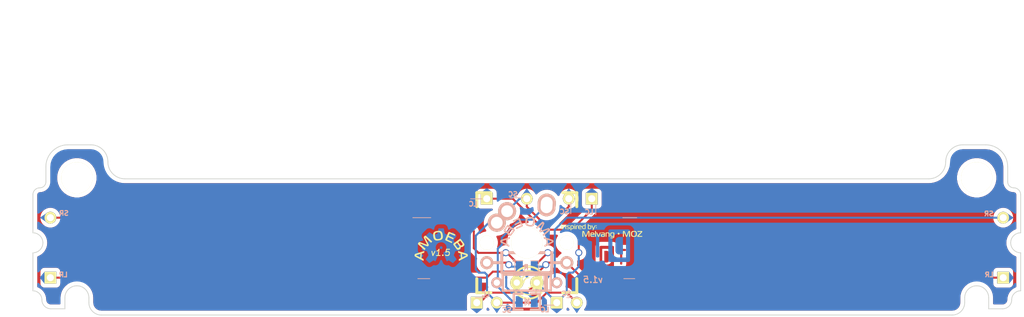
<source format=kicad_pcb>
(kicad_pcb (version 20171130) (host pcbnew "(5.1.5)-3")
  (layers (0 F.Cu signal) (31 B.Cu signal) (34 B.Paste user) (35 F.Paste user) (36 B.SilkS user) (37 F.SilkS user) (38 B.Mask user) (39 F.Mask user) (44 Edge.Cuts user))
  (net 0 "")
  (net 1 /key/LC0)
  (net 2 /key/LR0)
  (net 3 /key/SC0)
  (net 4 /key/SR0)
  (net 5 /key/led/N-LR0)
  (net 6 /key/switch/N-SD0)
  (module CHERRY_STAB_HOLE_BOTTOM (layer F.Cu) (at 191.77 102.25)
    (fp_text reference "" (at 0 -3.048) (layer F.SilkS) (effects (font (size 1.016 1.016) (thickness 0.254))))
    (fp_text value "" hide)
    (pad "" np_thru_hole circle (at 0 0) (size 3.9878 3.9878) (drill 3.9878) (layers *.Cu *.Mask F.SilkS))
  )
  (module CHERRY_STAB_HOLE_BOTTOM (layer F.Cu) (at 306.07 102.25)
    (fp_text reference "" (at 0 -3.048) (layer F.SilkS) (effects (font (size 1.016 1.016) (thickness 0.254))))
    (fp_text value "" hide)
    (pad "" np_thru_hole circle (at 0 0) (size 3.9878 3.9878) (drill 3.9878) (layers *.Cu *.Mask F.SilkS))
  )
  (module ALPS_CHERRY_ZEAL_PCB_100H (layer F.Cu) (at 248.92 110.49)
    (fp_text reference S0 hide)
    (fp_text value MX1A hide)
    (pad 1 thru_hole oval (at 2.52 -4.79 356.05481) (size 2.286 2.867377) (drill oval 1.4986 2.079977) (layers *.Cu *.SilkS *.Mask) (net 6 /key/switch/N-SD0))
    (pad 2 thru_hole circle (at -2.5 -4) (size 2.286 2.286) (drill 1.4986) (layers *.Cu *.SilkS *.Mask) (net 3 /key/SC0))
    (pad 2 thru_hole circle (at -3.81 -2.54) (size 2.286 2.286) (drill 1.4986) (layers *.Cu *.SilkS *.Mask) (net 3 /key/SC0))
    (pad "" np_thru_hole circle (at 0 0) (size 3.9878 3.9878) (drill 3.9878) (layers *.Cu *.Mask F.SilkS))
    (pad "" np_thru_hole circle (at -5.08 0) (size 1.8018 1.8018) (drill 1.8018) (layers *.Cu *.Mask F.SilkS))
    (pad "" np_thru_hole circle (at 5.08 0) (size 1.8018 1.8018) (drill 1.8018) (layers *.Cu *.Mask F.SilkS))
  )
  (module labels-melvang-moz (layer F.Cu) (at 258.445 109.0295)
    (fp_text reference labels-melvang-moz hide)
    (fp_text value G*** hide)
  )
  (module CHERRY_STAB_HOLE_TOP (layer F.Cu) (at 260.858 103.505)
    (fp_text reference "" (at 0 -3.048) (layer F.SilkS) (effects (font (size 1.016 1.016) (thickness 0.254))))
    (fp_text value "" hide)
  )
  (module RESISTOR (layer B.Cu) (at 248.92 113.03)
    (fp_text reference R0 hide)
    (fp_text value RESISTOR hide)
    (pad 1 thru_hole circle (at -5.08 0) (size 1.651 1.651) (drill 0.9906) (layers *.Cu *.SilkS *.Mask) (net 5 /key/led/N-LR0))
    (pad 2 thru_hole circle (at 5.08 0) (size 1.651 1.651) (drill 0.9906) (layers *.Cu *.SilkS *.Mask) (net 2 /key/LR0))
  )
  (module Pad (layer F.Cu) (at 248.92 104.902)
    (fp_text reference SC0:0 hide)
    (fp_text value CONN_1 hide)
    (pad 1 thru_hole circle (at 0 0) (size 1.5 1.5) (drill 0.9) (layers *.Cu *.Mask F.SilkS) (net 3 /key/SC0))
  )
  (module Pad (layer F.Cu) (at 243.84 104.902)
    (fp_text reference LC0:0 hide)
    (fp_text value CONN_1 hide)
    (pad 1 thru_hole rect (at 0 0) (size 1.5 1.5) (drill 0.9) (layers *.Cu *.Mask F.SilkS) (net 1 /key/LC0))
  )
  (module Pad (layer F.Cu) (at 196.5325 115.57)
    (fp_text reference LR0:0 hide)
    (fp_text value CONN_1 hide)
    (pad 1 thru_hole rect (at -8.128 -0.635) (size 1.5 1.5) (drill 0.9) (layers *.Cu *.Mask F.SilkS) (net 2 /key/LR0))
  )
  (module Pad (layer F.Cu) (at 195.8975 107.696)
    (fp_text reference SR0:0 hide)
    (fp_text value CONN_1 hide)
    (pad 1 thru_hole circle (at -7.493 -0.381) (size 1.5 1.5) (drill 0.9) (layers *.Cu *.Mask F.SilkS) (net 4 /key/SR0))
  )
  (module Pad (layer F.Cu) (at 242.57 118.11)
    (fp_text reference LC0:1 hide)
    (fp_text value CONN_1 hide)
    (pad 1 thru_hole rect (at 0 0) (size 1.5 1.5) (drill 0.9) (layers *.Cu *.Mask F.SilkS) (net 1 /key/LC0))
  )
  (module Pad (layer F.Cu) (at 254.254 104.902)
    (fp_text reference SC0:1 hide)
    (fp_text value CONN_1 hide)
    (pad 1 thru_hole circle (at 0 0) (size 1.5 1.5) (drill 0.9) (layers *.Cu *.Mask F.SilkS) (net 3 /key/SC0))
  )
  (module Pad (layer F.Cu) (at 301.9425 107.696)
    (fp_text reference SR0:1 hide)
    (fp_text value CONN_1 hide)
    (pad 1 thru_hole circle (at 7.493 -0.381) (size 1.5 1.5) (drill 0.9) (layers *.Cu *.Mask F.SilkS) (net 4 /key/SR0))
  )
  (module Pad (layer F.Cu) (at 301.3075 114.935)
    (fp_text reference LR0:1 hide)
    (fp_text value CONN_1 hide)
    (pad 1 thru_hole rect (at 8.128 0) (size 1.5 1.5) (drill 0.9) (layers *.Cu *.Mask F.SilkS) (net 2 /key/LR0))
  )
  (module D3 (layer B.Cu) (at 248.92 115.57)
    (fp_text reference D0 hide)
    (fp_text value DIODE hide)
    (pad 2 thru_hole circle (at 3.81 0) (size 1.397 1.397) (drill 0.8128) (layers *.Cu *.Mask B.SilkS) (net 4 /key/SR0))
    (pad 1 thru_hole circle (at -3.81 0) (size 1.397 1.397) (drill 0.8128) (layers *.Cu *.Mask B.SilkS) (net 6 /key/switch/N-SD0))
  )
  (module Pad (layer F.Cu) (at 245.11 118.11)
    (fp_text reference SC0:2 hide)
    (fp_text value CONN_1 hide)
    (pad 1 thru_hole circle (at 0 0) (size 1.5 1.5) (drill 0.9) (layers *.Cu *.Mask F.SilkS) (net 3 /key/SC0))
  )
  (module Pad (layer F.Cu) (at 252.73 118.11)
    (fp_text reference LC0:2 hide)
    (fp_text value CONN_1 hide)
    (pad 1 thru_hole rect (at 0 0) (size 1.5 1.5) (drill 0.9) (layers *.Cu *.Mask F.SilkS) (net 1 /key/LC0))
  )
  (module SM0805D (layer B.Cu) (at 248.92 117.983)
    (fp_text reference D1 hide)
    (fp_text value DIODE hide)
    (pad 1 smd rect (at -0.9525 0) (size 0.889 1.397) (layers B.Cu B.Paste B.Mask) (net 6 /key/switch/N-SD0))
    (pad 2 smd rect (at 0.9525 0) (size 0.889 1.397) (layers B.Cu B.Paste B.Mask) (net 4 /key/SR0))
  )
  (module SM0805 (layer B.Cu) (at 248.92 113.538)
    (fp_text reference R1 hide)
    (fp_text value RESISTOR hide)
    (pad 1 smd rect (at -0.9525 0) (size 0.889 1.397) (layers B.Cu B.Paste B.Mask) (net 5 /key/led/N-LR0))
    (pad 2 smd rect (at 0.9525 0) (size 0.889 1.397) (layers B.Cu B.Paste B.Mask) (net 2 /key/LR0))
  )
  (module LED-3MM (layer F.Cu) (at 248.92 115.57)
    (fp_text reference LED0 hide)
    (fp_text value LED hide)
    (pad 1 thru_hole circle (at -1.27 0) (size 1.6764 1.6764) (drill 0.8128) (layers *.Cu *.Mask F.SilkS) (net 5 /key/led/N-LR0))
    (pad 2 thru_hole circle (at 1.27 0) (size 1.6764 1.6764) (drill 0.8128) (layers *.Cu *.Mask F.SilkS) (net 1 /key/LC0))
  )
  (module Pad (layer F.Cu) (at 255.27 118.11)
    (fp_text reference SC0:3 hide)
    (fp_text value CONN_1 hide)
    (pad 1 thru_hole circle (at 0 0) (size 1.5 1.5) (drill 0.9) (layers *.Cu *.Mask F.SilkS) (net 3 /key/SC0))
  )
  (module CHERRY_STAB_HOLE_TOP (layer F.Cu) (at 236.982 103.505)
    (fp_text reference "" (at 0 -3.048) (layer F.SilkS) (effects (font (size 1.016 1.016) (thickness 0.254))))
    (fp_text value "" hide)
  )
  (module Pad (layer F.Cu) (at 257.175 104.902)
    (fp_text reference LC0:3 hide)
    (fp_text value CONN_1 hide)
    (pad 1 thru_hole rect (at 0 0) (size 1.5 1.5) (drill 0.9) (layers *.Cu *.Mask F.SilkS) (net 1 /key/LC0))
  )
  (module amoeba-round-rev (layer F.Cu) (at 248.9327 109.1184)
    (fp_text reference amoeba-round-rev hide)
    (fp_text value G*** hide)
  )
  (module dt-logo-big-rev (layer F.Cu) (at 259.5245 110.871)
    (fp_text reference dt-logo-big-rev hide)
    (fp_text value G*** hide)
    (fp_poly (pts (xy 2.250914 -2.070805) (xy 2.00397 -1.497542) (xy 1.236678 -1.497542) (xy 1.033831 -1.497542) (xy 1.025011 -1.497542) (xy 0.972679 -1.495809) (xy 0.921354 -1.490685) (xy 0.871145 -1.482276) (xy 0.822161 -1.470692) (xy 0.774509 -1.456041) (xy 0.728299 -1.438431) (xy 0.683638 -1.41797) (xy 0.640636 -1.394768) (xy 0.5994 -1.368932) (xy 0.560039 -1.340571) (xy 0.522661 -1.309793) (xy 0.487374 -1.276706) (xy 0.454288 -1.24142) (xy 0.42351 -1.204042) (xy 0.395149 -1.164681) (xy 0.369313 -1.123445) (xy 0.34611 -1.080442) (xy 0.32565 -1.035782) (xy 0.30804 -0.989571) (xy 0.293389 -0.94192) (xy 0.281804 -0.892936) (xy 0.273396 -0.842727) (xy 0.268271 -0.791402) (xy 0.266539 -0.739069) (xy 0.266539 0.742597) (xy 0.268271 0.79493) (xy 0.273396 0.846255) (xy 0.281804 0.896463) (xy 0.293389 0.945448) (xy 0.30804 0.993099) (xy 0.32565 1.039309) (xy 0.34611 1.08397) (xy 0.369313 1.126972) (xy 0.395149 1.168209) (xy 0.42351 1.20757) (xy 0.454288 1.244948) (xy 0.487374 1.280234) (xy 0.522661 1.313321) (xy 0.560039 1.344098) (xy 0.5994 1.37246) (xy 0.640636 1.398296) (xy 0.683638 1.421498) (xy 0.728299 1.441958) (xy 0.774509 1.459569) (xy 0.822161 1.47422) (xy 0.871145 1.485804) (xy 0.921354 1.494213) (xy 0.972679 1.499337) (xy 1.025011 1.50107) (xy 1.033831 1.50107) (xy 1.236678 1.50107) (xy 2.00397 1.50107) (xy 2.00397 -1.497542) (xy 2.250914 -2.070805) (xy 2.30441 -2.066649) (xy 2.354157 -2.054742) (xy 2.39911 -2.035933) (xy 2.438229 -2.011066) (xy 2.47047 -1.980989) (xy 2.49479 -1.946548) (xy 2.510147 -1.908589) (xy 2.515497 -1.867958) (xy 2.515497 1.871486) (xy 2.510147 1.912117) (xy 2.49479 1.950076) (xy 2.47047 1.984517) (xy 2.438229 2.014594) (xy 2.39911 2.03946) (xy 2.354157 2.05827) (xy 2.30441 2.070176) (xy 2.250914 2.074333) (xy 0.019595 2.074333) (xy -0.033902 2.070176) (xy -0.083648 2.05827) (xy -0.128602 2.03946) (xy -0.167721 2.014594) (xy -0.199961 1.984517) (xy -0.224281 1.950076) (xy -0.239638 1.912117) (xy -0.244989 1.871486) (xy -0.244989 -1.867958) (xy -0.239638 -1.908589) (xy -0.224281 -1.946548) (xy -0.199961 -1.980989) (xy -0.167721 -2.011066) (xy -0.128602 -2.035933) (xy -0.083648 -2.054742) (xy -0.033902 -2.066649) (xy 0.019595 -2.070805) (xy 2.250914 -2.070805)) (layer B.Cu) (width 0.00254))
    (fp_poly (pts (xy 1.606805 -1.110695) (xy 1.606805 1.113899) (xy 1.134931 1.113899) (xy 1.089476 1.111282) (xy 1.054131 1.107436) (xy 1.003112 1.096022) (xy 0.954355 1.079287) (xy 0.908177 1.057556) (xy 0.864895 1.031152) (xy 0.824825 1.0004) (xy 0.788284 0.965626) (xy 0.755588 0.927155) (xy 0.727054 0.88531) (xy 0.702997 0.840416) (xy 0.683736 0.792799) (xy 0.669586 0.742784) (xy 0.660864 0.690694) (xy 0.657886 0.636854) (xy 0.657886 -0.633326) (xy 0.660921 -0.686875) (xy 0.669795 -0.738194) (xy 0.684165 -0.7871) (xy 0.703683 -0.833411) (xy 0.728006 -0.876944) (xy 0.756788 -0.917517) (xy 0.789684 -0.954945) (xy 0.826349 -0.989048) (xy 0.866438 -1.01964) (xy 0.909606 -1.046541) (xy 0.955507 -1.069566) (xy 1.003797 -1.088534) (xy 1.054131 -1.103261) (xy 1.093766 -1.108763) (xy 1.134931 -1.110695) (xy 1.606805 -1.110695)) (layer B.Cu) (width 0.00254))
    (fp_poly (pts (xy -0.795873 -1.50576) (xy -0.757691 -1.497557) (xy -0.724512 -1.474715) (xy -0.698336 -1.439878) (xy -0.681164 -1.395693) (xy -0.674996 -1.344805) (xy -0.674996 -1.257541) (xy -0.681164 -1.206654) (xy -0.698336 -1.162469) (xy -0.724512 -1.127632) (xy -0.757691 -1.104789) (xy -0.795873 -1.096587) (xy -1.402845 -1.096587) (xy -1.402845 1.35651) (xy -1.4106 1.404816) (xy -1.432212 1.446704) (xy -1.465202 1.479694) (xy -1.50709 1.501306) (xy -1.555396 1.509061) (xy -1.664638 1.509061) (xy -1.712944 1.501306) (xy -1.754831 1.479694) (xy -1.787821 1.446704) (xy -1.809434 1.404816) (xy -1.817189 1.35651) (xy -1.817189 -1.096587) (xy -2.404769 -1.096587) (xy -2.442951 -1.104789) (xy -2.47613 -1.127632) (xy -2.502305 -1.162469) (xy -2.519477 -1.206654) (xy -2.525646 -1.257541) (xy -2.525646 -1.344805) (xy -2.519477 -1.395693) (xy -2.502305 -1.439878) (xy -2.47613 -1.474715) (xy -2.442951 -1.497557) (xy -2.404769 -1.50576) (xy -0.795873 -1.50576)) (layer B.Cu) (width 0.00254))
  )
  (module mtl-braille (layer F.Cu) (at 257.429 116.2685)
    (fp_text reference mtl-braille hide)
    (fp_text value G*** hide)
    (fp_poly (pts (xy -0.88 -0.399996) (xy -0.888157 -0.349425) (xy -0.910871 -0.305503) (xy -0.945507 -0.270867) (xy -0.989428 -0.248153) (xy -1.04 -0.239996) (xy -1.090573 -0.248153) (xy -1.134494 -0.270867) (xy -1.16913 -0.305503) (xy -1.191844 -0.349425) (xy -1.2 -0.399996) (xy -1.191844 -0.450569) (xy -1.16913 -0.494491) (xy -1.134494 -0.529126) (xy -1.090573 -0.55184) (xy -1.04 -0.559997) (xy -0.989428 -0.55184) (xy -0.945507 -0.529126) (xy -0.910871 -0.494491) (xy -0.888157 -0.450569) (xy -0.88 -0.399996)) (layer F.Cu) (width 0.00254))
    (fp_poly (pts (xy -0.88 0.560002) (xy -0.888157 0.610574) (xy -0.910871 0.654496) (xy -0.945507 0.689131) (xy -0.989428 0.711845) (xy -1.04 0.720003) (xy -1.090573 0.711845) (xy -1.134494 0.689131) (xy -1.16913 0.654496) (xy -1.191844 0.610574) (xy -1.2 0.560002) (xy -1.191844 0.509429) (xy -1.16913 0.465508) (xy -1.134494 0.430873) (xy -1.090573 0.408159) (xy -1.04 0.400002) (xy -0.989428 0.408159) (xy -0.945507 0.430873) (xy -0.910871 0.465508) (xy -0.888157 0.509429) (xy -0.88 0.560002)) (layer F.Cu) (width 0.00254))
    (fp_poly (pts (xy -0.400003 -0.399996) (xy -0.40816 -0.349425) (xy -0.430874 -0.305503) (xy -0.465509 -0.270867) (xy -0.50943 -0.248153) (xy -0.560003 -0.239996) (xy -0.610575 -0.248153) (xy -0.654496 -0.270867) (xy -0.689132 -0.305503) (xy -0.711846 -0.349425) (xy -0.720003 -0.399996) (xy -0.711846 -0.450569) (xy -0.689132 -0.494491) (xy -0.654496 -0.529126) (xy -0.610575 -0.55184) (xy -0.560003 -0.559997) (xy -0.50943 -0.55184) (xy -0.465509 -0.529126) (xy -0.430874 -0.494491) (xy -0.40816 -0.450569) (xy -0.400003 -0.399996)) (layer F.Cu) (width 0.00254))
    (fp_poly (pts (xy 0.239998 0.080004) (xy 0.231841 0.130576) (xy 0.209128 0.174498) (xy 0.174492 0.209133) (xy 0.130571 0.231847) (xy 0.079998 0.240005) (xy 0.029426 0.231847) (xy -0.014495 0.209133) (xy -0.049131 0.174498) (xy -0.071845 0.130576) (xy -0.080002 0.080004) (xy -0.071845 0.029432) (xy -0.049131 -0.01449) (xy -0.014495 -0.049125) (xy 0.029426 -0.071839) (xy 0.079998 -0.079996) (xy 0.130571 -0.071839) (xy 0.174492 -0.049125) (xy 0.209128 -0.01449) (xy 0.231841 0.029432) (xy 0.239998 0.080004)) (layer F.Cu) (width 0.00254))
    (fp_poly (pts (xy 0.239998 0.560002) (xy 0.231841 0.610574) (xy 0.209128 0.654496) (xy 0.174492 0.689131) (xy 0.130571 0.711845) (xy 0.079998 0.720003) (xy 0.029426 0.711845) (xy -0.014495 0.689131) (xy -0.049131 0.654496) (xy -0.071845 0.610574) (xy -0.080002 0.560002) (xy -0.071845 0.509429) (xy -0.049131 0.465508) (xy -0.014495 0.430873) (xy 0.029426 0.408159) (xy 0.079998 0.400002) (xy 0.130571 0.408159) (xy 0.174492 0.430873) (xy 0.209128 0.465508) (xy 0.231841 0.509429) (xy 0.239998 0.560002)) (layer F.Cu) (width 0.00254))
    (fp_poly (pts (xy 0.719999 -0.399996) (xy 0.711842 -0.349425) (xy 0.689128 -0.305503) (xy 0.654493 -0.270867) (xy 0.610571 -0.248153) (xy 0.559999 -0.239996) (xy 0.509427 -0.248153) (xy 0.465505 -0.270867) (xy 0.43087 -0.305503) (xy 0.408155 -0.349425) (xy 0.399998 -0.399996) (xy 0.408155 -0.450569) (xy 0.43087 -0.494491) (xy 0.465505 -0.529126) (xy 0.509427 -0.55184) (xy 0.559999 -0.559997) (xy 0.610571 -0.55184) (xy 0.654493 -0.529126) (xy 0.689128 -0.494491) (xy 0.711842 -0.450569) (xy 0.719999 -0.399996)) (layer F.Cu) (width 0.00254))
    (fp_poly (pts (xy 0.719999 0.080004) (xy 0.711842 0.130576) (xy 0.689128 0.174498) (xy 0.654493 0.209133) (xy 0.610571 0.231847) (xy 0.559999 0.240005) (xy 0.509427 0.231847) (xy 0.465505 0.209133) (xy 0.43087 0.174498) (xy 0.408155 0.130576) (xy 0.399998 0.080004) (xy 0.408155 0.029432) (xy 0.43087 -0.01449) (xy 0.465505 -0.049125) (xy 0.509427 -0.071839) (xy 0.559999 -0.079996) (xy 0.610571 -0.071839) (xy 0.654493 -0.049125) (xy 0.689128 -0.01449) (xy 0.711842 0.029432) (xy 0.719999 0.080004)) (layer F.Cu) (width 0.00254))
    (fp_poly (pts (xy 1.36 -0.399996) (xy 1.351843 -0.349425) (xy 1.329129 -0.305503) (xy 1.294494 -0.270867) (xy 1.250572 -0.248153) (xy 1.2 -0.239996) (xy 1.149428 -0.248153) (xy 1.105506 -0.270867) (xy 1.070871 -0.305503) (xy 1.048156 -0.349425) (xy 1.039999 -0.399996) (xy 1.048156 -0.450569) (xy 1.070871 -0.494491) (xy 1.105506 -0.529126) (xy 1.149428 -0.55184) (xy 1.2 -0.559997) (xy 1.250572 -0.55184) (xy 1.294494 -0.529126) (xy 1.329129 -0.494491) (xy 1.351843 -0.450569) (xy 1.36 -0.399996)) (layer F.Cu) (width 0.00254))
    (fp_poly (pts (xy 1.36 0.080004) (xy 1.351843 0.130576) (xy 1.329129 0.174498) (xy 1.294494 0.209133) (xy 1.250572 0.231847) (xy 1.2 0.240005) (xy 1.149428 0.231847) (xy 1.105506 0.209133) (xy 1.070871 0.174498) (xy 1.048156 0.130576) (xy 1.039999 0.080004) (xy 1.048156 0.029432) (xy 1.070871 -0.01449) (xy 1.105506 -0.049125) (xy 1.149428 -0.071839) (xy 1.2 -0.079996) (xy 1.250572 -0.071839) (xy 1.294494 -0.049125) (xy 1.329129 -0.01449) (xy 1.351843 0.029432) (xy 1.36 0.080004)) (layer F.Cu) (width 0.00254))
    (fp_poly (pts (xy 1.36 0.560002) (xy 1.351843 0.610574) (xy 1.329129 0.654496) (xy 1.294494 0.689131) (xy 1.250572 0.711845) (xy 1.2 0.720003) (xy 1.149428 0.711845) (xy 1.105506 0.689131) (xy 1.070871 0.654496) (xy 1.048156 0.610574) (xy 1.039999 0.560002) (xy 1.048156 0.509429) (xy 1.070871 0.465508) (xy 1.105506 0.430873) (xy 1.149428 0.408159) (xy 1.2 0.400002) (xy 1.250572 0.408159) (xy 1.294494 0.430873) (xy 1.329129 0.465508) (xy 1.351843 0.509429) (xy 1.36 0.560002)) (layer F.Cu) (width 0.00254))
  )
  (module pad-arrow-round (layer B.Cu) (at 255.27 118.4021 270)
    (fp_text reference pad-arrow-round hide)
    (fp_text value G*** hide)
    (fp_poly (pts (xy -0.295451 -0.749653) (xy -0.346799 -0.747924) (xy -0.397215 -0.742813) (xy -0.446588 -0.73443) (xy -0.494805 -0.722888) (xy -0.541757 -0.708297) (xy -0.587331 -0.690768) (xy -0.631416 -0.670414) (xy -0.673901 -0.647346) (xy -0.714674 -0.621674) (xy -0.753623 -0.593511) (xy -0.790639 -0.562968) (xy -0.825608 -0.530156) (xy -0.85842 -0.495187) (xy -0.888963 -0.458172) (xy -0.917126 -0.419222) (xy -0.942797 -0.378449) (xy -0.965866 -0.335965) (xy -0.98622 -0.291879) (xy -1.003748 -0.246305) (xy -1.018339 -0.199354) (xy -1.029882 -0.151136) (xy -1.038264 -0.101764) (xy -1.043376 -0.051348) (xy -1.045104 0) (xy -1.043376 0.051348) (xy -1.038264 0.101764) (xy -1.029882 0.151136) (xy -1.018339 0.199354) (xy -1.003748 0.246306) (xy -0.98622 0.29188) (xy -0.965866 0.335965) (xy -0.942797 0.378449) (xy -0.917126 0.419222) (xy -0.888963 0.458172) (xy -0.85842 0.495187) (xy -0.825608 0.530156) (xy -0.790639 0.562968) (xy -0.753623 0.593511) (xy -0.714674 0.621674) (xy -0.673901 0.647346) (xy -0.631416 0.670414) (xy -0.587331 0.690768) (xy -0.541757 0.708297) (xy -0.494805 0.722888) (xy -0.446588 0.73443) (xy -0.397215 0.742813) (xy -0.346799 0.747924) (xy -0.295451 0.749653) (xy -0.24372 0.747823) (xy -0.193112 0.742433) (xy -0.143684 0.733635) (xy -0.095493 0.72158) (xy -0.048594 0.70642) (xy -0.003044 0.688306) (xy 0.041101 0.667388) (xy 0.083785 0.643819) (xy 0.136701 0.617361) (xy 1.045104 0) (xy 0.136701 -0.612951) (xy 0.108311 -0.630069) (xy 0.083785 -0.643819) (xy 0.040974 -0.667677) (xy -0.003139 -0.68873) (xy -0.04856 -0.706862) (xy -0.095293 -0.721957) (xy -0.143344 -0.7339) (xy -0.192717 -0.742574) (xy -0.243418 -0.747864) (xy -0.295451 -0.749653)) (layer B.Cu) (width 0.00254))
  )
  (module pad-arrow-round (layer B.Cu) (at 245.11 118.4021 270)
    (fp_text reference pad-arrow-round hide)
    (fp_text value G*** hide)
    (fp_poly (pts (xy -0.295451 -0.749653) (xy -0.346799 -0.747924) (xy -0.397215 -0.742813) (xy -0.446588 -0.73443) (xy -0.494805 -0.722888) (xy -0.541757 -0.708297) (xy -0.587331 -0.690768) (xy -0.631416 -0.670414) (xy -0.673901 -0.647346) (xy -0.714674 -0.621674) (xy -0.753623 -0.593511) (xy -0.790639 -0.562968) (xy -0.825608 -0.530156) (xy -0.85842 -0.495187) (xy -0.888963 -0.458172) (xy -0.917126 -0.419222) (xy -0.942797 -0.378449) (xy -0.965866 -0.335965) (xy -0.98622 -0.291879) (xy -1.003748 -0.246305) (xy -1.018339 -0.199354) (xy -1.029882 -0.151136) (xy -1.038264 -0.101764) (xy -1.043376 -0.051348) (xy -1.045104 0) (xy -1.043376 0.051348) (xy -1.038264 0.101764) (xy -1.029882 0.151136) (xy -1.018339 0.199354) (xy -1.003748 0.246306) (xy -0.98622 0.29188) (xy -0.965866 0.335965) (xy -0.942797 0.378449) (xy -0.917126 0.419222) (xy -0.888963 0.458172) (xy -0.85842 0.495187) (xy -0.825608 0.530156) (xy -0.790639 0.562968) (xy -0.753623 0.593511) (xy -0.714674 0.621674) (xy -0.673901 0.647346) (xy -0.631416 0.670414) (xy -0.587331 0.690768) (xy -0.541757 0.708297) (xy -0.494805 0.722888) (xy -0.446588 0.73443) (xy -0.397215 0.742813) (xy -0.346799 0.747924) (xy -0.295451 0.749653) (xy -0.24372 0.747823) (xy -0.193112 0.742433) (xy -0.143684 0.733635) (xy -0.095493 0.72158) (xy -0.048594 0.70642) (xy -0.003044 0.688306) (xy 0.041101 0.667388) (xy 0.083785 0.643819) (xy 0.136701 0.617361) (xy 1.045104 0) (xy 0.136701 -0.612951) (xy 0.108311 -0.630069) (xy 0.083785 -0.643819) (xy 0.040974 -0.667677) (xy -0.003139 -0.68873) (xy -0.04856 -0.706862) (xy -0.095293 -0.721957) (xy -0.143344 -0.7339) (xy -0.192717 -0.742574) (xy -0.243418 -0.747864) (xy -0.295451 -0.749653)) (layer B.Cu) (width 0.00254))
  )
  (module pad-arrow-round (layer B.Cu) (at 188.1124 107.315 180)
    (fp_text reference pad-arrow-round hide)
    (fp_text value G*** hide)
    (fp_poly (pts (xy -0.295451 -0.749653) (xy -0.346799 -0.747924) (xy -0.397215 -0.742813) (xy -0.446588 -0.73443) (xy -0.494805 -0.722888) (xy -0.541757 -0.708297) (xy -0.587331 -0.690768) (xy -0.631416 -0.670414) (xy -0.673901 -0.647346) (xy -0.714674 -0.621674) (xy -0.753623 -0.593511) (xy -0.790639 -0.562968) (xy -0.825608 -0.530156) (xy -0.85842 -0.495187) (xy -0.888963 -0.458172) (xy -0.917126 -0.419222) (xy -0.942797 -0.378449) (xy -0.965866 -0.335965) (xy -0.98622 -0.291879) (xy -1.003748 -0.246305) (xy -1.018339 -0.199354) (xy -1.029882 -0.151136) (xy -1.038264 -0.101764) (xy -1.043376 -0.051348) (xy -1.045104 0) (xy -1.043376 0.051348) (xy -1.038264 0.101764) (xy -1.029882 0.151136) (xy -1.018339 0.199354) (xy -1.003748 0.246306) (xy -0.98622 0.29188) (xy -0.965866 0.335965) (xy -0.942797 0.378449) (xy -0.917126 0.419222) (xy -0.888963 0.458172) (xy -0.85842 0.495187) (xy -0.825608 0.530156) (xy -0.790639 0.562968) (xy -0.753623 0.593511) (xy -0.714674 0.621674) (xy -0.673901 0.647346) (xy -0.631416 0.670414) (xy -0.587331 0.690768) (xy -0.541757 0.708297) (xy -0.494805 0.722888) (xy -0.446588 0.73443) (xy -0.397215 0.742813) (xy -0.346799 0.747924) (xy -0.295451 0.749653) (xy -0.24372 0.747823) (xy -0.193112 0.742433) (xy -0.143684 0.733635) (xy -0.095493 0.72158) (xy -0.048594 0.70642) (xy -0.003044 0.688306) (xy 0.041101 0.667388) (xy 0.083785 0.643819) (xy 0.136701 0.617361) (xy 1.045104 0) (xy 0.136701 -0.612951) (xy 0.108311 -0.630069) (xy 0.083785 -0.643819) (xy 0.040974 -0.667677) (xy -0.003139 -0.68873) (xy -0.04856 -0.706862) (xy -0.095293 -0.721957) (xy -0.143344 -0.7339) (xy -0.192717 -0.742574) (xy -0.243418 -0.747864) (xy -0.295451 -0.749653)) (layer B.Cu) (width 0.00254))
  )
  (module pad-arrow-round (layer B.Cu) (at 309.7276 107.315)
    (fp_text reference pad-arrow-round hide)
    (fp_text value G*** hide)
    (fp_poly (pts (xy -0.295451 -0.749653) (xy -0.346799 -0.747924) (xy -0.397215 -0.742813) (xy -0.446588 -0.73443) (xy -0.494805 -0.722888) (xy -0.541757 -0.708297) (xy -0.587331 -0.690768) (xy -0.631416 -0.670414) (xy -0.673901 -0.647346) (xy -0.714674 -0.621674) (xy -0.753623 -0.593511) (xy -0.790639 -0.562968) (xy -0.825608 -0.530156) (xy -0.85842 -0.495187) (xy -0.888963 -0.458172) (xy -0.917126 -0.419222) (xy -0.942797 -0.378449) (xy -0.965866 -0.335965) (xy -0.98622 -0.291879) (xy -1.003748 -0.246305) (xy -1.018339 -0.199354) (xy -1.029882 -0.151136) (xy -1.038264 -0.101764) (xy -1.043376 -0.051348) (xy -1.045104 0) (xy -1.043376 0.051348) (xy -1.038264 0.101764) (xy -1.029882 0.151136) (xy -1.018339 0.199354) (xy -1.003748 0.246306) (xy -0.98622 0.29188) (xy -0.965866 0.335965) (xy -0.942797 0.378449) (xy -0.917126 0.419222) (xy -0.888963 0.458172) (xy -0.85842 0.495187) (xy -0.825608 0.530156) (xy -0.790639 0.562968) (xy -0.753623 0.593511) (xy -0.714674 0.621674) (xy -0.673901 0.647346) (xy -0.631416 0.670414) (xy -0.587331 0.690768) (xy -0.541757 0.708297) (xy -0.494805 0.722888) (xy -0.446588 0.73443) (xy -0.397215 0.742813) (xy -0.346799 0.747924) (xy -0.295451 0.749653) (xy -0.24372 0.747823) (xy -0.193112 0.742433) (xy -0.143684 0.733635) (xy -0.095493 0.72158) (xy -0.048594 0.70642) (xy -0.003044 0.688306) (xy 0.041101 0.667388) (xy 0.083785 0.643819) (xy 0.136701 0.617361) (xy 1.045104 0) (xy 0.136701 -0.612951) (xy 0.108311 -0.630069) (xy 0.083785 -0.643819) (xy 0.040974 -0.667677) (xy -0.003139 -0.68873) (xy -0.04856 -0.706862) (xy -0.095293 -0.721957) (xy -0.143344 -0.7339) (xy -0.192717 -0.742574) (xy -0.243418 -0.747864) (xy -0.295451 -0.749653)) (layer B.Cu) (width 0.00254))
  )
  (module pad-arrow-round (layer B.Cu) (at 254.254 104.6099 90)
    (fp_text reference pad-arrow-round hide)
    (fp_text value G*** hide)
    (fp_poly (pts (xy -0.295451 -0.749653) (xy -0.346799 -0.747924) (xy -0.397215 -0.742813) (xy -0.446588 -0.73443) (xy -0.494805 -0.722888) (xy -0.541757 -0.708297) (xy -0.587331 -0.690768) (xy -0.631416 -0.670414) (xy -0.673901 -0.647346) (xy -0.714674 -0.621674) (xy -0.753623 -0.593511) (xy -0.790639 -0.562968) (xy -0.825608 -0.530156) (xy -0.85842 -0.495187) (xy -0.888963 -0.458172) (xy -0.917126 -0.419222) (xy -0.942797 -0.378449) (xy -0.965866 -0.335965) (xy -0.98622 -0.291879) (xy -1.003748 -0.246305) (xy -1.018339 -0.199354) (xy -1.029882 -0.151136) (xy -1.038264 -0.101764) (xy -1.043376 -0.051348) (xy -1.045104 0) (xy -1.043376 0.051348) (xy -1.038264 0.101764) (xy -1.029882 0.151136) (xy -1.018339 0.199354) (xy -1.003748 0.246306) (xy -0.98622 0.29188) (xy -0.965866 0.335965) (xy -0.942797 0.378449) (xy -0.917126 0.419222) (xy -0.888963 0.458172) (xy -0.85842 0.495187) (xy -0.825608 0.530156) (xy -0.790639 0.562968) (xy -0.753623 0.593511) (xy -0.714674 0.621674) (xy -0.673901 0.647346) (xy -0.631416 0.670414) (xy -0.587331 0.690768) (xy -0.541757 0.708297) (xy -0.494805 0.722888) (xy -0.446588 0.73443) (xy -0.397215 0.742813) (xy -0.346799 0.747924) (xy -0.295451 0.749653) (xy -0.24372 0.747823) (xy -0.193112 0.742433) (xy -0.143684 0.733635) (xy -0.095493 0.72158) (xy -0.048594 0.70642) (xy -0.003044 0.688306) (xy 0.041101 0.667388) (xy 0.083785 0.643819) (xy 0.136701 0.617361) (xy 1.045104 0) (xy 0.136701 -0.612951) (xy 0.108311 -0.630069) (xy 0.083785 -0.643819) (xy 0.040974 -0.667677) (xy -0.003139 -0.68873) (xy -0.04856 -0.706862) (xy -0.095293 -0.721957) (xy -0.143344 -0.7339) (xy -0.192717 -0.742574) (xy -0.243418 -0.747864) (xy -0.295451 -0.749653)) (layer B.Cu) (width 0.00254))
  )
  (module pad-arrow-round (layer B.Cu) (at 248.92 104.6099 90)
    (fp_text reference pad-arrow-round hide)
    (fp_text value G*** hide)
    (fp_poly (pts (xy -0.295451 -0.749653) (xy -0.346799 -0.747924) (xy -0.397215 -0.742813) (xy -0.446588 -0.73443) (xy -0.494805 -0.722888) (xy -0.541757 -0.708297) (xy -0.587331 -0.690768) (xy -0.631416 -0.670414) (xy -0.673901 -0.647346) (xy -0.714674 -0.621674) (xy -0.753623 -0.593511) (xy -0.790639 -0.562968) (xy -0.825608 -0.530156) (xy -0.85842 -0.495187) (xy -0.888963 -0.458172) (xy -0.917126 -0.419222) (xy -0.942797 -0.378449) (xy -0.965866 -0.335965) (xy -0.98622 -0.291879) (xy -1.003748 -0.246305) (xy -1.018339 -0.199354) (xy -1.029882 -0.151136) (xy -1.038264 -0.101764) (xy -1.043376 -0.051348) (xy -1.045104 0) (xy -1.043376 0.051348) (xy -1.038264 0.101764) (xy -1.029882 0.151136) (xy -1.018339 0.199354) (xy -1.003748 0.246306) (xy -0.98622 0.29188) (xy -0.965866 0.335965) (xy -0.942797 0.378449) (xy -0.917126 0.419222) (xy -0.888963 0.458172) (xy -0.85842 0.495187) (xy -0.825608 0.530156) (xy -0.790639 0.562968) (xy -0.753623 0.593511) (xy -0.714674 0.621674) (xy -0.673901 0.647346) (xy -0.631416 0.670414) (xy -0.587331 0.690768) (xy -0.541757 0.708297) (xy -0.494805 0.722888) (xy -0.446588 0.73443) (xy -0.397215 0.742813) (xy -0.346799 0.747924) (xy -0.295451 0.749653) (xy -0.24372 0.747823) (xy -0.193112 0.742433) (xy -0.143684 0.733635) (xy -0.095493 0.72158) (xy -0.048594 0.70642) (xy -0.003044 0.688306) (xy 0.041101 0.667388) (xy 0.083785 0.643819) (xy 0.136701 0.617361) (xy 1.045104 0) (xy 0.136701 -0.612951) (xy 0.108311 -0.630069) (xy 0.083785 -0.643819) (xy 0.040974 -0.667677) (xy -0.003139 -0.68873) (xy -0.04856 -0.706862) (xy -0.095293 -0.721957) (xy -0.143344 -0.7339) (xy -0.192717 -0.742574) (xy -0.243418 -0.747864) (xy -0.295451 -0.749653)) (layer B.Cu) (width 0.00254))
  )
  (module pad-arrow-square (layer B.Cu) (at 243.84 104.5972 90)
    (fp_text reference pad-arrow-square hide)
    (fp_text value G*** hide)
    (fp_poly (pts (xy -1.053924 -0.749653) (xy -1.053924 0.749653) (xy 0.445382 0.749653) (xy 0.754063 0.379236) (xy 1.053924 0) (xy 0.754063 -0.370417) (xy 0.445382 -0.749653) (xy -1.053924 -0.749653)) (layer B.Cu) (width 0.00254))
  )
  (module pad-arrow-square (layer B.Cu) (at 257.175 104.5972 90)
    (fp_text reference pad-arrow-square hide)
    (fp_text value G*** hide)
    (fp_poly (pts (xy -1.053924 -0.749653) (xy -1.053924 0.749653) (xy 0.445382 0.749653) (xy 0.754063 0.379236) (xy 1.053924 0) (xy 0.754063 -0.370417) (xy 0.445382 -0.749653) (xy -1.053924 -0.749653)) (layer B.Cu) (width 0.00254))
  )
  (module pad-arrow-square (layer B.Cu) (at 309.7403 114.935)
    (fp_text reference pad-arrow-square hide)
    (fp_text value G*** hide)
    (fp_poly (pts (xy -1.053924 -0.749653) (xy -1.053924 0.749653) (xy 0.445382 0.749653) (xy 0.754063 0.379236) (xy 1.053924 0) (xy 0.754063 -0.370417) (xy 0.445382 -0.749653) (xy -1.053924 -0.749653)) (layer B.Cu) (width 0.00254))
  )
  (module pad-arrow-square (layer B.Cu) (at 252.73 118.4148 270)
    (fp_text reference pad-arrow-square hide)
    (fp_text value G*** hide)
    (fp_poly (pts (xy -1.053924 -0.749653) (xy -1.053924 0.749653) (xy 0.445382 0.749653) (xy 0.754063 0.379236) (xy 1.053924 0) (xy 0.754063 -0.370417) (xy 0.445382 -0.749653) (xy -1.053924 -0.749653)) (layer B.Cu) (width 0.00254))
  )
  (module pad-arrow-square (layer B.Cu) (at 242.57 118.4148 270)
    (fp_text reference pad-arrow-square hide)
    (fp_text value G*** hide)
    (fp_poly (pts (xy -1.053924 -0.749653) (xy -1.053924 0.749653) (xy 0.445382 0.749653) (xy 0.754063 0.379236) (xy 1.053924 0) (xy 0.754063 -0.370417) (xy 0.445382 -0.749653) (xy -1.053924 -0.749653)) (layer B.Cu) (width 0.00254))
  )
  (module pad-arrow-square (layer B.Cu) (at 188.0997 114.935 180)
    (fp_text reference pad-arrow-square hide)
    (fp_text value G*** hide)
    (fp_poly (pts (xy -1.053924 -0.749653) (xy -1.053924 0.749653) (xy 0.445382 0.749653) (xy 0.754063 0.379236) (xy 1.053924 0) (xy 0.754063 -0.370417) (xy 0.445382 -0.749653) (xy -1.053924 -0.749653)) (layer B.Cu) (width 0.00254))
  )
  (module dt-logo-d (layer F.Cu) (at 259.08 112.141)
    (fp_text reference dt-logo-d hide)
    (fp_text value G*** hide)
    (fp_poly (pts (xy -0.313017 -0.613454) (xy -0.313017 0.863239) (xy 0.000215 0.863239) (xy 0.05385 0.858948) (xy 0.102299 0.846858) (xy 0.14742 0.827598) (xy 0.188579 0.801817) (xy 0.225143 0.770164) (xy 0.256479 0.733291) (xy 0.281954 0.691845) (xy 0.300934 0.646478) (xy 0.312787 0.597838) (xy 0.316879 0.546575) (xy 0.316879 -0.296575) (xy 0.312711 -0.347451) (xy 0.300668 -0.395126) (xy 0.28144 -0.439236) (xy 0.255717 -0.479413) (xy 0.22419 -0.515292) (xy 0.18755 -0.546509) (xy 0.146486 -0.572696) (xy 0.101689 -0.593488) (xy 0.05385 -0.608519) (xy 0.000215 -0.613454) (xy -0.313017 -0.613454)) (layer F.Cu) (width 0.00254))
    (fp_poly (pts (xy -0.739526 -1.25) (xy -0.578191 -0.870261) (xy -0.065006 -0.870261) (xy 0.065435 -0.870261) (xy 0.07273 -0.870261) (xy 0.124618 -0.86766) (xy 0.17497 -0.860024) (xy 0.223536 -0.847602) (xy 0.270066 -0.830645) (xy 0.314309 -0.809403) (xy 0.356016 -0.784125) (xy 0.394937 -0.755062) (xy 0.430822 -0.722462) (xy 0.463421 -0.686577) (xy 0.492485 -0.647656) (xy 0.517762 -0.605949) (xy 0.539005 -0.561706) (xy 0.555962 -0.515177) (xy 0.568383 -0.466611) (xy 0.576019 -0.416259) (xy 0.57862 -0.36437) (xy 0.57862 0.613941) (xy 0.576019 0.665835) (xy 0.568383 0.7162) (xy 0.555962 0.764787) (xy 0.539005 0.811344) (xy 0.517762 0.85562) (xy 0.492485 0.897363) (xy 0.463421 0.936323) (xy 0.430822 0.972248) (xy 0.394937 1.004887) (xy 0.356016 1.033989) (xy 0.314309 1.059303) (xy 0.270066 1.080578) (xy 0.223536 1.097562) (xy 0.17497 1.110005) (xy 0.124618 1.117655) (xy 0.07273 1.120261) (xy 0.065435 1.120261) (xy -0.065006 1.120261) (xy -0.578191 1.120261) (xy -0.578191 -0.870261) (xy -0.739526 -1.25) (xy -0.795224 -1.24325) (xy -0.843528 -1.224429) (xy -0.881576 -1.195682) (xy -0.906505 -1.159152) (xy -0.915451 -1.116984) (xy -0.915451 1.366555) (xy -0.906505 1.408767) (xy -0.881576 1.445404) (xy -0.843528 1.474278) (xy -0.795224 1.493205) (xy -0.739526 1.5) (xy 0.739526 1.5) (xy 0.795224 1.493205) (xy 0.843528 1.474278) (xy 0.881576 1.445404) (xy 0.906505 1.408767) (xy 0.915451 1.366555) (xy 0.915451 -1.116984) (xy 0.906505 -1.159152) (xy 0.881576 -1.195682) (xy 0.843528 -1.224429) (xy 0.795224 -1.24325) (xy 0.739526 -1.25) (xy -0.739526 -1.25)) (layer F.Cu) (width 0.00254))
  )
  (module dt-logo-t (layer F.Cu) (at 260.858 112.2045)
    (fp_text reference dt-logo-t hide)
    (fp_text value G*** hide)
    (fp_poly (pts (xy -0.48749 -0.929484) (xy -0.527969 -0.914902) (xy -0.556764 -0.876578) (xy -0.567728 -0.822642) (xy -0.567728 -0.764716) (xy -0.556764 -0.710781) (xy -0.527969 -0.672456) (xy -0.48749 -0.657874) (xy -0.08458 -0.657874) (xy -0.08458 0.9705) (xy -0.076643 1.00998) (xy -0.054977 1.042161) (xy -0.022796 1.063827) (xy 0.016684 1.071764) (xy 0.089199 1.071764) (xy 0.12868 1.063827) (xy 0.160861 1.042161) (xy 0.182527 1.00998) (xy 0.190463 0.9705) (xy 0.190463 -0.657874) (xy 0.580501 -0.657874) (xy 0.62098 -0.672456) (xy 0.649775 -0.710781) (xy 0.660739 -0.764716) (xy 0.660739 -0.822642) (xy 0.649775 -0.876578) (xy 0.62098 -0.914902) (xy 0.580501 -0.929484) (xy -0.48749 -0.929484)) (layer F.Cu) (width 0.00254))
  )
  (module osh-logo-rev (layer F.Cu) (at 238.0488 110.8964)
    (fp_text reference osh-logo-rev hide)
    (fp_text value G*** hide)
    (fp_poly (pts (xy -2.433267 -0.119037) (xy -2.37571 -0.129761) (xy -2.322306 -0.139671) (xy -1.831575 -0.230948) (xy -1.795981 -0.261573) (xy -1.611499 -0.691869) (xy -1.614403 -0.738404) (xy -1.901187 -1.156293) (xy -1.931893 -1.20109) (xy -1.965043 -1.249362) (xy -1.96116 -1.290928) (xy -1.945644 -1.306444) (xy -1.919784 -1.332304) (xy -1.881394 -1.370694) (xy -1.8514 -1.400688) (xy -1.821407 -1.430681) (xy -1.791413 -1.460675) (xy -1.761419 -1.490669) (xy -1.72303 -1.529058) (xy -1.693048 -1.559051) (xy -1.66307 -1.589046) (xy -1.633091 -1.619041) (xy -1.603109 -1.649033) (xy -1.564692 -1.68745) (xy -1.538816 -1.713311) (xy -1.523289 -1.728826) (xy -1.481723 -1.732681) (xy -1.433451 -1.699558) (xy -1.388681 -1.668825) (xy -0.961833 -1.375879) (xy -0.915081 -1.372486) (xy -0.497925 -1.54323) (xy -0.467192 -1.578444) (xy -0.372032 -2.08989) (xy -0.362124 -2.143267) (xy -0.351371 -2.200824) (xy -0.31928 -2.227485) (xy -0.290012 -2.227485) (xy -0.260745 -2.227485) (xy -0.206445 -2.227485) (xy -0.164024 -2.227485) (xy -0.121602 -2.227485) (xy -0.079181 -2.227485) (xy -0.036759 -2.227485) (xy 0.01754 -2.227485) (xy 0.059961 -2.227485) (xy 0.102382 -2.227485) (xy 0.144804 -2.227485) (xy 0.187225 -2.227485) (xy 0.241525 -2.227485) (xy 0.270778 -2.227485) (xy 0.300033 -2.227485) (xy 0.332124 -2.200797) (xy 0.342848 -2.143267) (xy 0.352757 -2.08989) (xy 0.447944 -1.578444) (xy 0.478677 -1.543231) (xy 0.895833 -1.372486) (xy 0.942585 -1.37588) (xy 1.369433 -1.668825) (xy 1.414203 -1.699559) (xy 1.462475 -1.732681) (xy 1.504041 -1.728826) (xy 1.519569 -1.713312) (xy 1.545445 -1.68745) (xy 1.583834 -1.649033) (xy 1.613825 -1.61903) (xy 1.643819 -1.58903) (xy 1.673813 -1.55903) (xy 1.703809 -1.529031) (xy 1.742199 -1.490642) (xy 1.772186 -1.460655) (xy 1.802172 -1.430668) (xy 1.832159 -1.400681) (xy 1.862146 -1.370694) (xy 1.900536 -1.332304) (xy 1.926396 -1.306444) (xy 1.941912 -1.290928) (xy 1.945767 -1.249362) (xy 1.912644 -1.20109) (xy 1.881938 -1.156293) (xy 1.595155 -0.738404) (xy 1.592251 -0.69187) (xy 1.776705 -0.261573) (xy 1.812326 -0.230948) (xy 2.303057 -0.139671) (xy 2.356461 -0.129761) (xy 2.414018 -0.119037) (xy 2.440705 -0.086892) (xy 2.440696 -0.064941) (xy 2.440685 -0.028357) (xy 2.440685 0.025942) (xy 2.440685 0.068364) (xy 2.440685 0.110785) (xy 2.440685 0.153207) (xy 2.440685 0.195628) (xy 2.440685 0.249928) (xy 2.440685 0.292335) (xy 2.440685 0.334743) (xy 2.440685 0.377151) (xy 2.440685 0.419559) (xy 2.440685 0.473859) (xy 2.440685 0.503112) (xy 2.440685 0.532366) (xy 2.41397 0.564484) (xy 2.35644 0.575181) (xy 2.303036 0.585145) (xy 1.827074 0.673708) (xy 1.792213 0.704577) (xy 1.609008 1.162294) (xy 1.612457 1.209073) (xy 1.881971 1.601821) (xy 1.912705 1.646564) (xy 1.945854 1.69489) (xy 1.941999 1.736457) (xy 1.926472 1.751972) (xy 1.900596 1.777833) (xy 1.862206 1.816223) (xy 1.832199 1.84623) (xy 1.802192 1.876237) (xy 1.772185 1.906244) (xy 1.742178 1.936251) (xy 1.703788 1.974641) (xy 1.673807 2.004614) (xy 1.643825 2.034585) (xy 1.613844 2.064558) (xy 1.583868 2.094534) (xy 1.545478 2.132951) (xy 1.519586 2.158814) (xy 1.504047 2.174327) (xy 1.462481 2.178155) (xy 1.414236 2.14506) (xy 1.369466 2.114354) (xy 0.985243 1.850675) (xy 0.939496 1.849101) (xy 0.85973 1.894006) (xy 0.811648 1.919174) (xy 0.729031 1.961473) (xy 0.694442 1.94874) (xy 0.658985 1.863001) (xy 0.638188 1.812829) (xy 0.304871 1.007323) (xy 0.284074 0.957205) (xy 0.26048 0.900136) (xy 0.273239 0.860905) (xy 0.325912 0.828678) (xy 0.359197 0.803184) (xy 0.401654 0.773152) (xy 0.441743 0.740165) (xy 0.479285 0.704378) (xy 0.514101 0.665943) (xy 0.546013 0.625016) (xy 0.57484 0.581749) (xy 0.600405 0.536295) (xy 0.622527 0.488808) (xy 0.641029 0.439442) (xy 0.655731 0.38835) (xy 0.666454 0.335685) (xy 0.673019 0.281602) (xy 0.675247 0.226253) (xy 0.673369 0.175139) (xy 0.667822 0.125046) (xy 0.658738 0.076105) (xy 0.646251 0.02845) (xy 0.630492 -0.017788) (xy 0.611594 -0.062476) (xy 0.58969 -0.105481) (xy 0.564911 -0.146672) (xy 0.537391 -0.185915) (xy 0.507261 -0.223079) (xy 0.474655 -0.258031) (xy 0.439705 -0.290638) (xy 0.402542 -0.320768) (xy 0.3633 -0.348289) (xy 0.322111 -0.373067) (xy 0.279107 -0.394972) (xy 0.234422 -0.41387) (xy 0.188186 -0.429629) (xy 0.140533 -0.442117) (xy 0.091596 -0.451201) (xy 0.041505 -0.456748) (xy -0.009605 -0.458626) (xy -0.060718 -0.456748) (xy -0.110811 -0.451201) (xy -0.159752 -0.442117) (xy -0.207407 -0.429629) (xy -0.253645 -0.41387) (xy -0.298333 -0.394972) (xy -0.341338 -0.373067) (xy -0.382529 -0.348289) (xy -0.421772 -0.320768) (xy -0.458936 -0.290638) (xy -0.493888 -0.258031) (xy -0.526495 -0.223079) (xy -0.556625 -0.185915) (xy -0.584146 -0.146672) (xy -0.608925 -0.105481) (xy -0.630829 -0.062476) (xy -0.649727 -0.017788) (xy -0.665486 0.02845) (xy -0.677974 0.076105) (xy -0.687058 0.125046) (xy -0.692605 0.175139) (xy -0.694483 0.226253) (xy -0.692255 0.281607) (xy -0.685688 0.335693) (xy -0.674963 0.388359) (xy -0.660258 0.439452) (xy -0.641752 0.488817) (xy -0.619626 0.536302) (xy -0.594058 0.581753) (xy -0.565227 0.625019) (xy -0.533313 0.665944) (xy -0.498495 0.704376) (xy -0.460951 0.740163) (xy -0.420862 0.77315) (xy -0.378406 0.803184) (xy -0.345121 0.828678) (xy -0.292477 0.860905) (xy -0.279718 0.900136) (xy -0.303337 0.957205) (xy -0.324081 1.007323) (xy -0.657398 1.812829) (xy -0.678166 1.863001) (xy -0.713678 1.94874) (xy -0.748267 1.961473) (xy -0.830856 1.919174) (xy -0.878966 1.894006) (xy -0.958704 1.849101) (xy -1.004479 1.850675) (xy -1.388702 2.114354) (xy -1.433444 2.14506) (xy -1.481744 2.178155) (xy -1.52331 2.174327) (xy -1.542516 2.155122) (xy -1.564686 2.132951) (xy -1.603103 2.094534) (xy -1.633084 2.064548) (xy -1.663063 2.034561) (xy -1.693043 2.004573) (xy -1.723023 1.974587) (xy -1.761413 1.936197) (xy -1.791419 1.906202) (xy -1.821428 1.87621) (xy -1.851436 1.846218) (xy -1.881442 1.816223) (xy -1.919832 1.777833) (xy -1.945724 1.751971) (xy -1.961262 1.736457) (xy -1.965089 1.69489) (xy -1.931947 1.646564) (xy -1.901214 1.601821) (xy -1.631671 1.209073) (xy -1.628222 1.162294) (xy -1.811429 0.704577) (xy -1.846289 0.673708) (xy -2.322278 0.585145) (xy -2.375681 0.575181) (xy -2.433185 0.564484) (xy -2.459872 0.532366) (xy -2.459872 0.503112) (xy -2.459872 0.473859) (xy -2.459872 0.419559) (xy -2.459872 0.377151) (xy -2.459872 0.334743) (xy -2.459872 0.292335) (xy -2.459872 0.249928) (xy -2.459872 0.195628) (xy -2.459876 0.153207) (xy -2.459882 0.110785) (xy -2.459888 0.068364) (xy -2.459892 0.025942) (xy -2.459892 -0.028357) (xy -2.459904 -0.064941) (xy -2.459913 -0.086892) (xy -2.433251 -0.119037) (xy -2.433267 -0.119037)) (layer B.Cu) (width 0.00254))
    (fp_line (start -2.433267 -0.119037) (end -2.37571 -0.129761) (layer B.Cu) (width 0.00012))
    (fp_line (start -2.37571 -0.129761) (end -2.322306 -0.139671) (layer B.Cu) (width 0.00012))
    (fp_line (start -2.322306 -0.139671) (end -1.831575 -0.230948) (layer B.Cu) (width 0.00012))
    (fp_line (start -1.831575 -0.230948) (end -1.795981 -0.261573) (layer B.Cu) (width 0.00012))
    (fp_line (start -1.795981 -0.261573) (end -1.611499 -0.691869) (layer B.Cu) (width 0.00012))
    (fp_line (start -1.611499 -0.691869) (end -1.614403 -0.738404) (layer B.Cu) (width 0.00012))
    (fp_line (start -1.614403 -0.738404) (end -1.901187 -1.156293) (layer B.Cu) (width 0.00012))
    (fp_line (start -1.901187 -1.156293) (end -1.931893 -1.20109) (layer B.Cu) (width 0.00012))
    (fp_line (start -1.931893 -1.20109) (end -1.965043 -1.249362) (layer B.Cu) (width 0.00012))
    (fp_line (start -1.965043 -1.249362) (end -1.96116 -1.290928) (layer B.Cu) (width 0.00012))
    (fp_line (start -1.96116 -1.290928) (end -1.945644 -1.306444) (layer B.Cu) (width 0.00012))
    (fp_line (start -1.945644 -1.306444) (end -1.919784 -1.332304) (layer B.Cu) (width 0.00012))
    (fp_line (start -1.919784 -1.332304) (end -1.881394 -1.370694) (layer B.Cu) (width 0.00012))
    (fp_line (start -1.881394 -1.370694) (end -1.8514 -1.400688) (layer B.Cu) (width 0.00012))
    (fp_line (start -1.8514 -1.400688) (end -1.821407 -1.430681) (layer B.Cu) (width 0.00012))
    (fp_line (start -1.821407 -1.430681) (end -1.791413 -1.460675) (layer B.Cu) (width 0.00012))
    (fp_line (start -1.791413 -1.460675) (end -1.761419 -1.490669) (layer B.Cu) (width 0.00012))
    (fp_line (start -1.761419 -1.490669) (end -1.72303 -1.529058) (layer B.Cu) (width 0.00012))
    (fp_line (start -1.72303 -1.529058) (end -1.693048 -1.559051) (layer B.Cu) (width 0.00012))
    (fp_line (start -1.693048 -1.559051) (end -1.66307 -1.589046) (layer B.Cu) (width 0.00012))
    (fp_line (start -1.66307 -1.589046) (end -1.633091 -1.619041) (layer B.Cu) (width 0.00012))
    (fp_line (start -1.633091 -1.619041) (end -1.603109 -1.649033) (layer B.Cu) (width 0.00012))
    (fp_line (start -1.603109 -1.649033) (end -1.564692 -1.68745) (layer B.Cu) (width 0.00012))
    (fp_line (start -1.564692 -1.68745) (end -1.538816 -1.713311) (layer B.Cu) (width 0.00012))
    (fp_line (start -1.538816 -1.713311) (end -1.523289 -1.728826) (layer B.Cu) (width 0.00012))
    (fp_line (start -1.523289 -1.728826) (end -1.481723 -1.732681) (layer B.Cu) (width 0.00012))
    (fp_line (start -1.481723 -1.732681) (end -1.433451 -1.699558) (layer B.Cu) (width 0.00012))
    (fp_line (start -1.433451 -1.699558) (end -1.388681 -1.668825) (layer B.Cu) (width 0.00012))
    (fp_line (start -1.388681 -1.668825) (end -0.961833 -1.375879) (layer B.Cu) (width 0.00012))
    (fp_line (start -0.961833 -1.375879) (end -0.915081 -1.372486) (layer B.Cu) (width 0.00012))
    (fp_line (start -0.915081 -1.372486) (end -0.497925 -1.54323) (layer B.Cu) (width 0.00012))
    (fp_line (start -0.497925 -1.54323) (end -0.467192 -1.578444) (layer B.Cu) (width 0.00012))
    (fp_line (start -0.467192 -1.578444) (end -0.372032 -2.08989) (layer B.Cu) (width 0.00012))
    (fp_line (start -0.372032 -2.08989) (end -0.362124 -2.143267) (layer B.Cu) (width 0.00012))
    (fp_line (start -0.362124 -2.143267) (end -0.351371 -2.200824) (layer B.Cu) (width 0.00012))
    (fp_line (start -0.351371 -2.200824) (end -0.31928 -2.227485) (layer B.Cu) (width 0.00012))
    (fp_line (start -0.31928 -2.227485) (end -0.290012 -2.227485) (layer B.Cu) (width 0.00012))
    (fp_line (start -0.290012 -2.227485) (end -0.260745 -2.227485) (layer B.Cu) (width 0.00012))
    (fp_line (start -0.260745 -2.227485) (end -0.206445 -2.227485) (layer B.Cu) (width 0.00012))
    (fp_line (start -0.206445 -2.227485) (end -0.164024 -2.227485) (layer B.Cu) (width 0.00012))
    (fp_line (start -0.164024 -2.227485) (end -0.121602 -2.227485) (layer B.Cu) (width 0.00012))
    (fp_line (start -0.121602 -2.227485) (end -0.079181 -2.227485) (layer B.Cu) (width 0.00012))
    (fp_line (start -0.079181 -2.227485) (end -0.036759 -2.227485) (layer B.Cu) (width 0.00012))
    (fp_line (start -0.036759 -2.227485) (end 0.01754 -2.227485) (layer B.Cu) (width 0.00012))
    (fp_line (start 0.01754 -2.227485) (end 0.059961 -2.227485) (layer B.Cu) (width 0.00012))
    (fp_line (start 0.059961 -2.227485) (end 0.102382 -2.227485) (layer B.Cu) (width 0.00012))
    (fp_line (start 0.102382 -2.227485) (end 0.144804 -2.227485) (layer B.Cu) (width 0.00012))
    (fp_line (start 0.144804 -2.227485) (end 0.187225 -2.227485) (layer B.Cu) (width 0.00012))
    (fp_line (start 0.187225 -2.227485) (end 0.241525 -2.227485) (layer B.Cu) (width 0.00012))
    (fp_line (start 0.241525 -2.227485) (end 0.270778 -2.227485) (layer B.Cu) (width 0.00012))
    (fp_line (start 0.270778 -2.227485) (end 0.300033 -2.227485) (layer B.Cu) (width 0.00012))
    (fp_line (start 0.300033 -2.227485) (end 0.332124 -2.200797) (layer B.Cu) (width 0.00012))
    (fp_line (start 0.332124 -2.200797) (end 0.342848 -2.143267) (layer B.Cu) (width 0.00012))
    (fp_line (start 0.342848 -2.143267) (end 0.352757 -2.08989) (layer B.Cu) (width 0.00012))
    (fp_line (start 0.352757 -2.08989) (end 0.447944 -1.578444) (layer B.Cu) (width 0.00012))
    (fp_line (start 0.447944 -1.578444) (end 0.478677 -1.543231) (layer B.Cu) (width 0.00012))
    (fp_line (start 0.478677 -1.543231) (end 0.895833 -1.372486) (layer B.Cu) (width 0.00012))
    (fp_line (start 0.895833 -1.372486) (end 0.942585 -1.37588) (layer B.Cu) (width 0.00012))
    (fp_line (start 0.942585 -1.37588) (end 1.369433 -1.668825) (layer B.Cu) (width 0.00012))
    (fp_line (start 1.369433 -1.668825) (end 1.414203 -1.699559) (layer B.Cu) (width 0.00012))
    (fp_line (start 1.414203 -1.699559) (end 1.462475 -1.732681) (layer B.Cu) (width 0.00012))
    (fp_line (start 1.462475 -1.732681) (end 1.504041 -1.728826) (layer B.Cu) (width 0.00012))
    (fp_line (start 1.504041 -1.728826) (end 1.519569 -1.713312) (layer B.Cu) (width 0.00012))
    (fp_line (start 1.519569 -1.713312) (end 1.545445 -1.68745) (layer B.Cu) (width 0.00012))
    (fp_line (start 1.545445 -1.68745) (end 1.583834 -1.649033) (layer B.Cu) (width 0.00012))
    (fp_line (start 1.583834 -1.649033) (end 1.613825 -1.61903) (layer B.Cu) (width 0.00012))
    (fp_line (start 1.613825 -1.61903) (end 1.643819 -1.58903) (layer B.Cu) (width 0.00012))
    (fp_line (start 1.643819 -1.58903) (end 1.673813 -1.55903) (layer B.Cu) (width 0.00012))
    (fp_line (start 1.673813 -1.55903) (end 1.703809 -1.529031) (layer B.Cu) (width 0.00012))
    (fp_line (start 1.703809 -1.529031) (end 1.742199 -1.490642) (layer B.Cu) (width 0.00012))
    (fp_line (start 1.742199 -1.490642) (end 1.772186 -1.460655) (layer B.Cu) (width 0.00012))
    (fp_line (start 1.772186 -1.460655) (end 1.802172 -1.430668) (layer B.Cu) (width 0.00012))
    (fp_line (start 1.802172 -1.430668) (end 1.832159 -1.400681) (layer B.Cu) (width 0.00012))
    (fp_line (start 1.832159 -1.400681) (end 1.862146 -1.370694) (layer B.Cu) (width 0.00012))
    (fp_line (start 1.862146 -1.370694) (end 1.900536 -1.332304) (layer B.Cu) (width 0.00012))
    (fp_line (start 1.900536 -1.332304) (end 1.926396 -1.306444) (layer B.Cu) (width 0.00012))
    (fp_line (start 1.926396 -1.306444) (end 1.941912 -1.290928) (layer B.Cu) (width 0.00012))
    (fp_line (start 1.941912 -1.290928) (end 1.945767 -1.249362) (layer B.Cu) (width 0.00012))
    (fp_line (start 1.945767 -1.249362) (end 1.912644 -1.20109) (layer B.Cu) (width 0.00012))
    (fp_line (start 1.912644 -1.20109) (end 1.881938 -1.156293) (layer B.Cu) (width 0.00012))
    (fp_line (start 1.881938 -1.156293) (end 1.595155 -0.738404) (layer B.Cu) (width 0.00012))
    (fp_line (start 1.595155 -0.738404) (end 1.592251 -0.69187) (layer B.Cu) (width 0.00012))
    (fp_line (start 1.592251 -0.69187) (end 1.776705 -0.261573) (layer B.Cu) (width 0.00012))
    (fp_line (start 1.776705 -0.261573) (end 1.812326 -0.230948) (layer B.Cu) (width 0.00012))
    (fp_line (start 1.812326 -0.230948) (end 2.303057 -0.139671) (layer B.Cu) (width 0.00012))
    (fp_line (start 2.303057 -0.139671) (end 2.356461 -0.129761) (layer B.Cu) (width 0.00012))
    (fp_line (start 2.356461 -0.129761) (end 2.414018 -0.119037) (layer B.Cu) (width 0.00012))
    (fp_line (start 2.414018 -0.119037) (end 2.440705 -0.086892) (layer B.Cu) (width 0.00012))
    (fp_line (start 2.440705 -0.086892) (end 2.440696 -0.064941) (layer B.Cu) (width 0.00012))
    (fp_line (start 2.440696 -0.064941) (end 2.440685 -0.028357) (layer B.Cu) (width 0.00012))
    (fp_line (start 2.440685 -0.028357) (end 2.440685 0.025942) (layer B.Cu) (width 0.00012))
    (fp_line (start 2.440685 0.025942) (end 2.440685 0.068364) (layer B.Cu) (width 0.00012))
    (fp_line (start 2.440685 0.068364) (end 2.440685 0.110785) (layer B.Cu) (width 0.00012))
    (fp_line (start 2.440685 0.110785) (end 2.440685 0.153207) (layer B.Cu) (width 0.00012))
    (fp_line (start 2.440685 0.153207) (end 2.440685 0.195628) (layer B.Cu) (width 0.00012))
    (fp_line (start 2.440685 0.195628) (end 2.440685 0.249928) (layer B.Cu) (width 0.00012))
    (fp_line (start 2.440685 0.249928) (end 2.440685 0.292335) (layer B.Cu) (width 0.00012))
    (fp_line (start 2.440685 0.292335) (end 2.440685 0.334743) (layer B.Cu) (width 0.00012))
    (fp_line (start 2.440685 0.334743) (end 2.440685 0.377151) (layer B.Cu) (width 0.00012))
    (fp_line (start 2.440685 0.377151) (end 2.440685 0.419559) (layer B.Cu) (width 0.00012))
    (fp_line (start 2.440685 0.419559) (end 2.440685 0.473859) (layer B.Cu) (width 0.00012))
    (fp_line (start 2.440685 0.473859) (end 2.440685 0.503112) (layer B.Cu) (width 0.00012))
    (fp_line (start 2.440685 0.503112) (end 2.440685 0.532366) (layer B.Cu) (width 0.00012))
    (fp_line (start 2.440685 0.532366) (end 2.41397 0.564484) (layer B.Cu) (width 0.00012))
    (fp_line (start 2.41397 0.564484) (end 2.35644 0.575181) (layer B.Cu) (width 0.00012))
    (fp_line (start 2.35644 0.575181) (end 2.303036 0.585145) (layer B.Cu) (width 0.00012))
    (fp_line (start 2.303036 0.585145) (end 1.827074 0.673708) (layer B.Cu) (width 0.00012))
    (fp_line (start 1.827074 0.673708) (end 1.792213 0.704577) (layer B.Cu) (width 0.00012))
    (fp_line (start 1.792213 0.704577) (end 1.609008 1.162294) (layer B.Cu) (width 0.00012))
    (fp_line (start 1.609008 1.162294) (end 1.612457 1.209073) (layer B.Cu) (width 0.00012))
    (fp_line (start 1.612457 1.209073) (end 1.881971 1.601821) (layer B.Cu) (width 0.00012))
    (fp_line (start 1.881971 1.601821) (end 1.912705 1.646564) (layer B.Cu) (width 0.00012))
    (fp_line (start 1.912705 1.646564) (end 1.945854 1.69489) (layer B.Cu) (width 0.00012))
    (fp_line (start 1.945854 1.69489) (end 1.941999 1.736457) (layer B.Cu) (width 0.00012))
    (fp_line (start 1.941999 1.736457) (end 1.926472 1.751972) (layer B.Cu) (width 0.00012))
    (fp_line (start 1.926472 1.751972) (end 1.900596 1.777833) (layer B.Cu) (width 0.00012))
    (fp_line (start 1.900596 1.777833) (end 1.862206 1.816223) (layer B.Cu) (width 0.00012))
    (fp_line (start 1.862206 1.816223) (end 1.832199 1.84623) (layer B.Cu) (width 0.00012))
    (fp_line (start 1.832199 1.84623) (end 1.802192 1.876237) (layer B.Cu) (width 0.00012))
    (fp_line (start 1.802192 1.876237) (end 1.772185 1.906244) (layer B.Cu) (width 0.00012))
    (fp_line (start 1.772185 1.906244) (end 1.742178 1.936251) (layer B.Cu) (width 0.00012))
    (fp_line (start 1.742178 1.936251) (end 1.703788 1.974641) (layer B.Cu) (width 0.00012))
    (fp_line (start 1.703788 1.974641) (end 1.673807 2.004614) (layer B.Cu) (width 0.00012))
    (fp_line (start 1.673807 2.004614) (end 1.643825 2.034585) (layer B.Cu) (width 0.00012))
    (fp_line (start 1.643825 2.034585) (end 1.613844 2.064558) (layer B.Cu) (width 0.00012))
    (fp_line (start 1.613844 2.064558) (end 1.583868 2.094534) (layer B.Cu) (width 0.00012))
    (fp_line (start 1.583868 2.094534) (end 1.545478 2.132951) (layer B.Cu) (width 0.00012))
    (fp_line (start 1.545478 2.132951) (end 1.519586 2.158814) (layer B.Cu) (width 0.00012))
    (fp_line (start 1.519586 2.158814) (end 1.504047 2.174327) (layer B.Cu) (width 0.00012))
    (fp_line (start 1.504047 2.174327) (end 1.462481 2.178155) (layer B.Cu) (width 0.00012))
    (fp_line (start 1.462481 2.178155) (end 1.414236 2.14506) (layer B.Cu) (width 0.00012))
    (fp_line (start 1.414236 2.14506) (end 1.369466 2.114354) (layer B.Cu) (width 0.00012))
    (fp_line (start 1.369466 2.114354) (end 0.985243 1.850675) (layer B.Cu) (width 0.00012))
    (fp_line (start 0.985243 1.850675) (end 0.939496 1.849101) (layer B.Cu) (width 0.00012))
    (fp_line (start 0.939496 1.849101) (end 0.85973 1.894006) (layer B.Cu) (width 0.00012))
    (fp_line (start 0.85973 1.894006) (end 0.811648 1.919174) (layer B.Cu) (width 0.00012))
    (fp_line (start 0.811648 1.919174) (end 0.729031 1.961473) (layer B.Cu) (width 0.00012))
    (fp_line (start 0.729031 1.961473) (end 0.694442 1.94874) (layer B.Cu) (width 0.00012))
    (fp_line (start 0.694442 1.94874) (end 0.658985 1.863001) (layer B.Cu) (width 0.00012))
    (fp_line (start 0.658985 1.863001) (end 0.638188 1.812829) (layer B.Cu) (width 0.00012))
    (fp_line (start 0.638188 1.812829) (end 0.304871 1.007323) (layer B.Cu) (width 0.00012))
    (fp_line (start 0.304871 1.007323) (end 0.284074 0.957205) (layer B.Cu) (width 0.00012))
    (fp_line (start 0.284074 0.957205) (end 0.26048 0.900136) (layer B.Cu) (width 0.00012))
    (fp_line (start 0.26048 0.900136) (end 0.273239 0.860905) (layer B.Cu) (width 0.00012))
    (fp_line (start 0.273239 0.860905) (end 0.325912 0.828678) (layer B.Cu) (width 0.00012))
    (fp_line (start 0.325912 0.828678) (end 0.359197 0.803184) (layer B.Cu) (width 0.00012))
    (fp_line (start 0.359197 0.803184) (end 0.401654 0.773152) (layer B.Cu) (width 0.00012))
    (fp_line (start 0.401654 0.773152) (end 0.441743 0.740165) (layer B.Cu) (width 0.00012))
    (fp_line (start 0.441743 0.740165) (end 0.479285 0.704378) (layer B.Cu) (width 0.00012))
    (fp_line (start 0.479285 0.704378) (end 0.514101 0.665943) (layer B.Cu) (width 0.00012))
    (fp_line (start 0.514101 0.665943) (end 0.546013 0.625016) (layer B.Cu) (width 0.00012))
    (fp_line (start 0.546013 0.625016) (end 0.57484 0.581749) (layer B.Cu) (width 0.00012))
    (fp_line (start 0.57484 0.581749) (end 0.600405 0.536295) (layer B.Cu) (width 0.00012))
    (fp_line (start 0.600405 0.536295) (end 0.622527 0.488808) (layer B.Cu) (width 0.00012))
    (fp_line (start 0.622527 0.488808) (end 0.641029 0.439442) (layer B.Cu) (width 0.00012))
    (fp_line (start 0.641029 0.439442) (end 0.655731 0.38835) (layer B.Cu) (width 0.00012))
    (fp_line (start 0.655731 0.38835) (end 0.666454 0.335685) (layer B.Cu) (width 0.00012))
    (fp_line (start 0.666454 0.335685) (end 0.673019 0.281602) (layer B.Cu) (width 0.00012))
    (fp_line (start 0.673019 0.281602) (end 0.675247 0.226253) (layer B.Cu) (width 0.00012))
    (fp_line (start 0.675247 0.226253) (end 0.673369 0.175139) (layer B.Cu) (width 0.00012))
    (fp_line (start 0.673369 0.175139) (end 0.667822 0.125046) (layer B.Cu) (width 0.00012))
    (fp_line (start 0.667822 0.125046) (end 0.658738 0.076105) (layer B.Cu) (width 0.00012))
    (fp_line (start 0.658738 0.076105) (end 0.646251 0.02845) (layer B.Cu) (width 0.00012))
    (fp_line (start 0.646251 0.02845) (end 0.630492 -0.017788) (layer B.Cu) (width 0.00012))
    (fp_line (start 0.630492 -0.017788) (end 0.611594 -0.062476) (layer B.Cu) (width 0.00012))
    (fp_line (start 0.611594 -0.062476) (end 0.58969 -0.105481) (layer B.Cu) (width 0.00012))
    (fp_line (start 0.58969 -0.105481) (end 0.564911 -0.146672) (layer B.Cu) (width 0.00012))
    (fp_line (start 0.564911 -0.146672) (end 0.537391 -0.185915) (layer B.Cu) (width 0.00012))
    (fp_line (start 0.537391 -0.185915) (end 0.507261 -0.223079) (layer B.Cu) (width 0.00012))
    (fp_line (start 0.507261 -0.223079) (end 0.474655 -0.258031) (layer B.Cu) (width 0.00012))
    (fp_line (start 0.474655 -0.258031) (end 0.439705 -0.290638) (layer B.Cu) (width 0.00012))
    (fp_line (start 0.439705 -0.290638) (end 0.402542 -0.320768) (layer B.Cu) (width 0.00012))
    (fp_line (start 0.402542 -0.320768) (end 0.3633 -0.348289) (layer B.Cu) (width 0.00012))
    (fp_line (start 0.3633 -0.348289) (end 0.322111 -0.373067) (layer B.Cu) (width 0.00012))
    (fp_line (start 0.322111 -0.373067) (end 0.279107 -0.394972) (layer B.Cu) (width 0.00012))
    (fp_line (start 0.279107 -0.394972) (end 0.234422 -0.41387) (layer B.Cu) (width 0.00012))
    (fp_line (start 0.234422 -0.41387) (end 0.188186 -0.429629) (layer B.Cu) (width 0.00012))
    (fp_line (start 0.188186 -0.429629) (end 0.140533 -0.442117) (layer B.Cu) (width 0.00012))
    (fp_line (start 0.140533 -0.442117) (end 0.091596 -0.451201) (layer B.Cu) (width 0.00012))
    (fp_line (start 0.091596 -0.451201) (end 0.041505 -0.456748) (layer B.Cu) (width 0.00012))
    (fp_line (start 0.041505 -0.456748) (end -0.009605 -0.458626) (layer B.Cu) (width 0.00012))
    (fp_line (start -0.009605 -0.458626) (end -0.060718 -0.456748) (layer B.Cu) (width 0.00012))
    (fp_line (start -0.060718 -0.456748) (end -0.110811 -0.451201) (layer B.Cu) (width 0.00012))
    (fp_line (start -0.110811 -0.451201) (end -0.159752 -0.442117) (layer B.Cu) (width 0.00012))
    (fp_line (start -0.159752 -0.442117) (end -0.207407 -0.429629) (layer B.Cu) (width 0.00012))
    (fp_line (start -0.207407 -0.429629) (end -0.253645 -0.41387) (layer B.Cu) (width 0.00012))
    (fp_line (start -0.253645 -0.41387) (end -0.298333 -0.394972) (layer B.Cu) (width 0.00012))
    (fp_line (start -0.298333 -0.394972) (end -0.341338 -0.373067) (layer B.Cu) (width 0.00012))
    (fp_line (start -0.341338 -0.373067) (end -0.382529 -0.348289) (layer B.Cu) (width 0.00012))
    (fp_line (start -0.382529 -0.348289) (end -0.421772 -0.320768) (layer B.Cu) (width 0.00012))
    (fp_line (start -0.421772 -0.320768) (end -0.458936 -0.290638) (layer B.Cu) (width 0.00012))
    (fp_line (start -0.458936 -0.290638) (end -0.493888 -0.258031) (layer B.Cu) (width 0.00012))
    (fp_line (start -0.493888 -0.258031) (end -0.526495 -0.223079) (layer B.Cu) (width 0.00012))
    (fp_line (start -0.526495 -0.223079) (end -0.556625 -0.185915) (layer B.Cu) (width 0.00012))
    (fp_line (start -0.556625 -0.185915) (end -0.584146 -0.146672) (layer B.Cu) (width 0.00012))
    (fp_line (start -0.584146 -0.146672) (end -0.608925 -0.105481) (layer B.Cu) (width 0.00012))
    (fp_line (start -0.608925 -0.105481) (end -0.630829 -0.062476) (layer B.Cu) (width 0.00012))
    (fp_line (start -0.630829 -0.062476) (end -0.649727 -0.017788) (layer B.Cu) (width 0.00012))
    (fp_line (start -0.649727 -0.017788) (end -0.665486 0.02845) (layer B.Cu) (width 0.00012))
    (fp_line (start -0.665486 0.02845) (end -0.677974 0.076105) (layer B.Cu) (width 0.00012))
    (fp_line (start -0.677974 0.076105) (end -0.687058 0.125046) (layer B.Cu) (width 0.00012))
    (fp_line (start -0.687058 0.125046) (end -0.692605 0.175139) (layer B.Cu) (width 0.00012))
    (fp_line (start -0.692605 0.175139) (end -0.694483 0.226253) (layer B.Cu) (width 0.00012))
    (fp_line (start -0.694483 0.226253) (end -0.692255 0.281607) (layer B.Cu) (width 0.00012))
    (fp_line (start -0.692255 0.281607) (end -0.685688 0.335693) (layer B.Cu) (width 0.00012))
    (fp_line (start -0.685688 0.335693) (end -0.674963 0.388359) (layer B.Cu) (width 0.00012))
    (fp_line (start -0.674963 0.388359) (end -0.660258 0.439452) (layer B.Cu) (width 0.00012))
    (fp_line (start -0.660258 0.439452) (end -0.641752 0.488817) (layer B.Cu) (width 0.00012))
    (fp_line (start -0.641752 0.488817) (end -0.619626 0.536302) (layer B.Cu) (width 0.00012))
    (fp_line (start -0.619626 0.536302) (end -0.594058 0.581753) (layer B.Cu) (width 0.00012))
    (fp_line (start -0.594058 0.581753) (end -0.565227 0.625019) (layer B.Cu) (width 0.00012))
    (fp_line (start -0.565227 0.625019) (end -0.533313 0.665944) (layer B.Cu) (width 0.00012))
    (fp_line (start -0.533313 0.665944) (end -0.498495 0.704376) (layer B.Cu) (width 0.00012))
    (fp_line (start -0.498495 0.704376) (end -0.460951 0.740163) (layer B.Cu) (width 0.00012))
    (fp_line (start -0.460951 0.740163) (end -0.420862 0.77315) (layer B.Cu) (width 0.00012))
    (fp_line (start -0.420862 0.77315) (end -0.378406 0.803184) (layer B.Cu) (width 0.00012))
    (fp_line (start -0.378406 0.803184) (end -0.345121 0.828678) (layer B.Cu) (width 0.00012))
    (fp_line (start -0.345121 0.828678) (end -0.292477 0.860905) (layer B.Cu) (width 0.00012))
    (fp_line (start -0.292477 0.860905) (end -0.279718 0.900136) (layer B.Cu) (width 0.00012))
    (fp_line (start -0.279718 0.900136) (end -0.303337 0.957205) (layer B.Cu) (width 0.00012))
    (fp_line (start -0.303337 0.957205) (end -0.324081 1.007323) (layer B.Cu) (width 0.00012))
    (fp_line (start -0.324081 1.007323) (end -0.657398 1.812829) (layer B.Cu) (width 0.00012))
    (fp_line (start -0.657398 1.812829) (end -0.678166 1.863001) (layer B.Cu) (width 0.00012))
    (fp_line (start -0.678166 1.863001) (end -0.713678 1.94874) (layer B.Cu) (width 0.00012))
    (fp_line (start -0.713678 1.94874) (end -0.748267 1.961473) (layer B.Cu) (width 0.00012))
    (fp_line (start -0.748267 1.961473) (end -0.830856 1.919174) (layer B.Cu) (width 0.00012))
    (fp_line (start -0.830856 1.919174) (end -0.878966 1.894006) (layer B.Cu) (width 0.00012))
    (fp_line (start -0.878966 1.894006) (end -0.958704 1.849101) (layer B.Cu) (width 0.00012))
    (fp_line (start -0.958704 1.849101) (end -1.004479 1.850675) (layer B.Cu) (width 0.00012))
    (fp_line (start -1.004479 1.850675) (end -1.388702 2.114354) (layer B.Cu) (width 0.00012))
    (fp_line (start -1.388702 2.114354) (end -1.433444 2.14506) (layer B.Cu) (width 0.00012))
    (fp_line (start -1.433444 2.14506) (end -1.481744 2.178155) (layer B.Cu) (width 0.00012))
    (fp_line (start -1.481744 2.178155) (end -1.52331 2.174327) (layer B.Cu) (width 0.00012))
    (fp_line (start -1.52331 2.174327) (end -1.542516 2.155122) (layer B.Cu) (width 0.00012))
    (fp_line (start -1.542516 2.155122) (end -1.564686 2.132951) (layer B.Cu) (width 0.00012))
    (fp_line (start -1.564686 2.132951) (end -1.603103 2.094534) (layer B.Cu) (width 0.00012))
    (fp_line (start -1.603103 2.094534) (end -1.633084 2.064548) (layer B.Cu) (width 0.00012))
    (fp_line (start -1.633084 2.064548) (end -1.663063 2.034561) (layer B.Cu) (width 0.00012))
    (fp_line (start -1.663063 2.034561) (end -1.693043 2.004573) (layer B.Cu) (width 0.00012))
    (fp_line (start -1.693043 2.004573) (end -1.723023 1.974587) (layer B.Cu) (width 0.00012))
    (fp_line (start -1.723023 1.974587) (end -1.761413 1.936197) (layer B.Cu) (width 0.00012))
    (fp_line (start -1.761413 1.936197) (end -1.791419 1.906202) (layer B.Cu) (width 0.00012))
    (fp_line (start -1.791419 1.906202) (end -1.821428 1.87621) (layer B.Cu) (width 0.00012))
    (fp_line (start -1.821428 1.87621) (end -1.851436 1.846218) (layer B.Cu) (width 0.00012))
    (fp_line (start -1.851436 1.846218) (end -1.881442 1.816223) (layer B.Cu) (width 0.00012))
    (fp_line (start -1.881442 1.816223) (end -1.919832 1.777833) (layer B.Cu) (width 0.00012))
    (fp_line (start -1.919832 1.777833) (end -1.945724 1.751971) (layer B.Cu) (width 0.00012))
    (fp_line (start -1.945724 1.751971) (end -1.961262 1.736457) (layer B.Cu) (width 0.00012))
    (fp_line (start -1.961262 1.736457) (end -1.965089 1.69489) (layer B.Cu) (width 0.00012))
    (fp_line (start -1.965089 1.69489) (end -1.931947 1.646564) (layer B.Cu) (width 0.00012))
    (fp_line (start -1.931947 1.646564) (end -1.901214 1.601821) (layer B.Cu) (width 0.00012))
    (fp_line (start -1.901214 1.601821) (end -1.631671 1.209073) (layer B.Cu) (width 0.00012))
    (fp_line (start -1.631671 1.209073) (end -1.628222 1.162294) (layer B.Cu) (width 0.00012))
    (fp_line (start -1.628222 1.162294) (end -1.811429 0.704577) (layer B.Cu) (width 0.00012))
    (fp_line (start -1.811429 0.704577) (end -1.846289 0.673708) (layer B.Cu) (width 0.00012))
    (fp_line (start -1.846289 0.673708) (end -2.322278 0.585145) (layer B.Cu) (width 0.00012))
    (fp_line (start -2.322278 0.585145) (end -2.375681 0.575181) (layer B.Cu) (width 0.00012))
    (fp_line (start -2.375681 0.575181) (end -2.433185 0.564484) (layer B.Cu) (width 0.00012))
    (fp_line (start -2.433185 0.564484) (end -2.459872 0.532366) (layer B.Cu) (width 0.00012))
    (fp_line (start -2.459872 0.532366) (end -2.459872 0.503112) (layer B.Cu) (width 0.00012))
    (fp_line (start -2.459872 0.503112) (end -2.459872 0.473859) (layer B.Cu) (width 0.00012))
    (fp_line (start -2.459872 0.473859) (end -2.459872 0.419559) (layer B.Cu) (width 0.00012))
    (fp_line (start -2.459872 0.419559) (end -2.459872 0.377151) (layer B.Cu) (width 0.00012))
    (fp_line (start -2.459872 0.377151) (end -2.459872 0.334743) (layer B.Cu) (width 0.00012))
    (fp_line (start -2.459872 0.334743) (end -2.459872 0.292335) (layer B.Cu) (width 0.00012))
    (fp_line (start -2.459872 0.292335) (end -2.459872 0.249928) (layer B.Cu) (width 0.00012))
    (fp_line (start -2.459872 0.249928) (end -2.459872 0.195628) (layer B.Cu) (width 0.00012))
    (fp_line (start -2.459872 0.195628) (end -2.459876 0.153207) (layer B.Cu) (width 0.00012))
    (fp_line (start -2.459876 0.153207) (end -2.459882 0.110785) (layer B.Cu) (width 0.00012))
    (fp_line (start -2.459882 0.110785) (end -2.459888 0.068364) (layer B.Cu) (width 0.00012))
    (fp_line (start -2.459888 0.068364) (end -2.459892 0.025942) (layer B.Cu) (width 0.00012))
    (fp_line (start -2.459892 0.025942) (end -2.459892 -0.028357) (layer B.Cu) (width 0.00012))
    (fp_line (start -2.459892 -0.028357) (end -2.459904 -0.064941) (layer B.Cu) (width 0.00012))
    (fp_line (start -2.459904 -0.064941) (end -2.459913 -0.086892) (layer B.Cu) (width 0.00012))
    (fp_line (start -2.459913 -0.086892) (end -2.433251 -0.119037) (layer B.Cu) (width 0.00012))
    (fp_line (start -2.433251 -0.119037) (end -2.433267 -0.119037) (layer B.Cu) (width 0.00012))
  )
  (module amoeba-round (layer F.Cu) (at 238.0488 110.8964)
    (fp_text reference amoeba-round hide)
    (fp_text value G*** hide)
  )
  (gr_line (start 304.546 117.49) (end 304.546 118.09325) (angle 90) (layer Edge.Cuts) (width 0.1))
  (gr_arc (start 302.9585 118.09325) (end 302.9585 119.68075) (angle -90) (layer Edge.Cuts) (width 0.1))
  (gr_arc (start 299.974 100.218) (end 302.133 100.218) (angle 90) (layer Edge.Cuts) (width 0.1))
  (gr_line (start 239.141 102.377) (end 299.974 102.377) (layer Edge.Cuts) (width 0.1))
  (gr_arc (start 197.866 100.218) (end 197.866 102.377) (angle 90) (layer Edge.Cuts) (width 0.1))
  (gr_line (start 193.294 117.49) (end 193.294 118.09325) (angle 90) (layer Edge.Cuts) (width 0.1))
  (gr_arc (start 194.8815 118.09325) (end 193.294 118.09325) (angle -90) (layer Edge.Cuts) (width 0.1))
  (gr_line (start 239.141 102.377) (end 197.866 102.377) (layer Edge.Cuts) (width 0.1))
  (gr_line (start 194.8815 119.68075) (end 302.9585 119.68075) (angle 90) (layer Edge.Cuts) (width 0.1))
  (gr_arc (start 304.292 100.218) (end 302.133 100.218) (angle 90) (layer Edge.Cuts) (width 0.1))
  (gr_line (start 304.292 98.059) (end 307.213 98.059) (angle 90) (layer Edge.Cuts) (width 0.1))
  (gr_arc (start 307.213 100.853) (end 307.213 98.059) (angle 90) (layer Edge.Cuts) (width 0.1))
  (gr_line (start 310.007 100.853) (end 310.007 102.758) (angle 90) (layer Edge.Cuts) (width 0.1))
  (gr_arc (start 310.769 102.758) (end 310.769 103.52) (angle 90) (layer Edge.Cuts) (width 0.1))
  (gr_arc (start 310.769 104.409) (end 310.769 103.52) (angle 90) (layer Edge.Cuts) (width 0.1))
  (gr_arc (start 311.658 110.505) (end 310.388 110.505) (angle 90) (layer Edge.Cuts) (width 0.1))
  (gr_arc (start 311.658 110.505) (end 311.658 111.775) (angle 90) (layer Edge.Cuts) (width 0.1))
  (gr_line (start 311.658 111.775) (end 311.658 116.601) (angle 90) (layer Edge.Cuts) (width 0.1))
  (gr_line (start 311.658 109.235) (end 311.658 104.409) (angle 90) (layer Edge.Cuts) (width 0.1))
  (gr_arc (start 311.658 117.744) (end 310.515 117.744) (angle 90) (layer Edge.Cuts) (width 0.1))
  (gr_arc (start 309.372 117.744) (end 310.515 117.744) (angle 90) (layer Edge.Cuts) (width 0.1))
  (gr_line (start 309.372 118.887) (end 307.594 118.887) (angle 90) (layer Edge.Cuts) (width 0.1))
  (gr_line (start 307.594 117.49) (end 307.594 118.887) (angle 90) (layer Edge.Cuts) (width 0.1))
  (gr_arc (start 306.07 117.49) (end 304.546 117.49) (angle 90) (layer Edge.Cuts) (width 0.1))
  (gr_arc (start 306.07 117.49) (end 306.07 115.966) (angle 90) (layer Edge.Cuts) (width 0.1))
  (gr_line (start 190.246 117.49) (end 190.246 118.887) (angle 90) (layer Edge.Cuts) (width 0.1))
  (gr_arc (start 191.77 117.49) (end 190.246 117.49) (angle 90) (layer Edge.Cuts) (width 0.1))
  (gr_arc (start 191.77 117.49) (end 191.77 115.966) (angle 90) (layer Edge.Cuts) (width 0.1))
  (gr_text v1.5 (at 257.3655 115.189) (layer B.SilkS) (effects (font (size 0.8 0.8) (thickness 0.15) italic) (justify mirror)))
  (gr_line (start 234.442 107.315) (end 236.728 107.315) (angle 90) (layer B.SilkS) (width 0.1))
  (gr_line (start 261.112 107.315) (end 262.89 107.315) (angle 90) (layer B.SilkS) (width 0.1))
  (gr_line (start 190.246 118.887) (end 188.468 118.887) (angle 90) (layer Edge.Cuts) (width 0.1))
  (gr_line (start 186.182 109.235) (end 186.182 104.409) (angle 90) (layer Edge.Cuts) (width 0.1))
  (gr_line (start 187.833 100.853) (end 187.833 102.758) (angle 90) (layer Edge.Cuts) (width 0.1))
  (gr_arc (start 187.071 104.409) (end 186.182 104.409) (angle 90) (layer Edge.Cuts) (width 0.1))
  (gr_arc (start 187.071 102.758) (end 187.833 102.758) (angle 90) (layer Edge.Cuts) (width 0.1))
  (gr_line (start 257.683 106.934) (end 257.683 105.664) (angle 90) (layer B.SilkS) (width 0.1))
  (gr_text LC (at 257.4798 106.5911) (layer B.SilkS) (effects (font (size 0.6 0.6)) (justify left mirror)))
  (gr_line (start 241.7699 104.9147) (end 243.2431 104.9147) (angle 90) (layer B.SilkS) (width 0.1))
  (gr_line (start 254.508 106.807) (end 254.508 105.41) (angle 90) (layer B.SilkS) (width 0.1))
  (gr_line (start 190.627 98.059) (end 193.548 98.059) (angle 90) (layer Edge.Cuts) (width 0.1))
  (gr_arc (start 193.548 100.218) (end 193.548 98.059) (angle 90) (layer Edge.Cuts) (width 0.1))
  (gr_arc (start 190.627 100.853) (end 187.833 100.853) (angle 90) (layer Edge.Cuts) (width 0.1))
  (gr_line (start 186.182 111.775) (end 186.182 116.601) (angle 90) (layer Edge.Cuts) (width 0.1))
  (gr_text SC (at 254.381 106.553) (layer B.SilkS) (effects (font (size 0.6 0.6)) (justify left mirror)))
  (gr_line (start 235.077 115.062) (end 236.601 115.062) (angle 90) (layer B.SilkS) (width 0.1))
  (gr_text R (at 249.2375 113.6015) (layer B.SilkS) (effects (font (size 0.6 0.6)) (justify left mirror)))
  (gr_arc (start 186.182 110.505) (end 187.452 110.505) (angle 90) (layer Edge.Cuts) (width 0.1))
  (gr_arc (start 186.182 110.505) (end 186.182 109.235) (angle 90) (layer Edge.Cuts) (width 0.1))
  (gr_line (start 262.636 115.062) (end 261.239 115.062) (angle 90) (layer B.SilkS) (width 0.1))
  (gr_line (start 246.7229 118.4656) (end 245.2624 118.4656) (angle 90) (layer B.SilkS) (width 0.1))
  (gr_line (start 251.1298 118.4275) (end 252.4633 118.4275) (angle 90) (layer B.SilkS) (width 0.1))
  (gr_arc (start 186.182 117.744) (end 186.182 116.601) (angle 90) (layer Edge.Cuts) (width 0.1))
  (gr_arc (start 188.468 117.744) (end 188.468 118.887) (angle 90) (layer Edge.Cuts) (width 0.1))
  (gr_text v1.5 (at 237.9472 111.76) (layer F.SilkS) (effects (font (size 0.8 0.8) (thickness 0.12) italic)))
  (gr_line (start 248.42089 104.78897) (end 246.76989 104.78897) (angle 90) (layer B.SilkS) (width 0.1))
  (gr_line (start 255.5875 117.475) (end 254 117.475) (angle 90) (layer B.SilkS) (width 0.1))
  (gr_line (start 242.3795 117.475) (end 243.9035 117.475) (angle 90) (layer B.SilkS) (width 0.1))
  (gr_text SR (at 190.8048 106.7435) (layer B.SilkS) (effects (font (size 0.6 0.6)) (justify left mirror)))
  (gr_text SC (at 247.8405 104.3305) (layer B.SilkS) (effects (font (size 0.6 0.6)) (justify left mirror)))
  (gr_text SC (at 254.635 116.967) (layer B.SilkS) (effects (font (size 0.6 0.6)) (justify left mirror)))
  (gr_text LC (at 251.8664 118.999) (layer B.SilkS) (effects (font (size 0.6 0.6)) (justify left mirror)))
  (gr_text LC (at 244.348 117.0305) (layer B.SilkS) (effects (font (size 0.6 0.6)) (justify left mirror)))
  (gr_text LR (at 308.2925 114.554) (layer B.SilkS) (effects (font (size 0.6 0.6)) (justify left mirror)))
  (gr_text SR (at 308.2925 106.807) (layer B.SilkS) (effects (font (size 0.6 0.6)) (justify left mirror)))
  (gr_text SC (at 247.0658 119.0498) (layer B.SilkS) (effects (font (size 0.6 0.6)) (justify left mirror)))
  (gr_text LC (at 242.7478 105.5751) (layer B.SilkS) (effects (font (size 0.6 0.6)) (justify left mirror)))
  (gr_text LR (at 190.6905 114.554) (layer B.SilkS) (effects (font (size 0.6 0.6)) (justify left mirror)))
  (segment (start 257.175 104.902) (end 257.175 106.299) (width 0.254) (layer F.Cu) (net 1))
  (segment (start 257.175 106.299) (end 254.635 108.839) (width 0.254) (layer F.Cu) (net 1))
  (segment (start 254 115.062) (end 254 114.554) (width 0.254) (layer B.Cu) (net 1))
  (via (at 255.524 111.76) (size 0.889) (layers F.Cu B.Cu) (net 1))
  (segment (start 255.524 111.76) (end 255.524 112.522) (width 0.254) (layer B.Cu) (net 1))
  (segment (start 254 115.062) (end 254 116.84) (width 0.254) (layer B.Cu) (net 1))
  (segment (start 252.73 118.11) (end 254 116.84) (width 0.254) (layer B.Cu) (net 1))
  (segment (start 248.285 106.045) (end 251.079 108.839) (width 0.254) (layer F.Cu) (net 1))
  (segment (start 251.079 108.839) (end 251.841 108.839) (width 0.254) (layer F.Cu) (net 1))
  (segment (start 254.635 108.839) (end 251.841 108.839) (width 0.254) (layer F.Cu) (net 1))
  (segment (start 247.142 104.902) (end 243.84 104.902) (width 0.254) (layer F.Cu) (net 1))
  (segment (start 255.524 109.728) (end 255.524 111.76) (width 0.254) (layer F.Cu) (net 1))
  (segment (start 254.635 108.839) (end 255.524 109.728) (width 0.254) (layer F.Cu) (net 1))
  (segment (start 247.142 104.902) (end 248.285 106.045) (width 0.254) (layer F.Cu) (net 1))
  (segment (start 255.524 113.538) (end 255.524 112.522) (width 0.254) (layer B.Cu) (net 1))
  (segment (start 254.762 114.3) (end 255.524 113.538) (width 0.254) (layer B.Cu) (net 1))
  (segment (start 254.254 114.3) (end 254.762 114.3) (width 0.254) (layer B.Cu) (net 1))
  (segment (start 254 114.554) (end 254.254 114.3) (width 0.254) (layer B.Cu) (net 1))
  (segment (start 250.19 115.57) (end 252.73 118.11) (width 0.254) (layer B.Cu) (net 1))
  (segment (start 242.57 118.11) (end 242.951 118.11) (width 0.254) (layer F.Cu) (net 1))
  (segment (start 248.92 116.84) (end 250.19 115.57) (width 0.254) (layer F.Cu) (net 1))
  (segment (start 244.221 116.84) (end 248.92 116.84) (width 0.254) (layer F.Cu) (net 1))
  (segment (start 242.951 118.11) (end 244.221 116.84) (width 0.254) (layer F.Cu) (net 1))
  (segment (start 254 113.03) (end 251.587 113.03) (width 0.254) (layer F.Cu) (net 2))
  (segment (start 251.587 113.03) (end 251.333 113.284) (width 0.254) (layer F.Cu) (net 2))
  (segment (start 249.8725 113.538) (end 251.079 113.538) (width 0.254) (layer B.Cu) (net 2))
  (segment (start 251.079 113.538) (end 251.333 113.284) (width 0.254) (layer B.Cu) (net 2))
  (via (at 251.333 113.284) (size 0.889) (layers F.Cu B.Cu) (net 2))
  (segment (start 263.398 114.935) (end 309.4355 114.935) (width 0.254) (layer F.Cu) (net 2))
  (segment (start 254 113.03) (end 255.905 114.935) (width 0.254) (layer F.Cu) (net 2))
  (segment (start 255.905 114.935) (end 263.398 114.935) (width 0.254) (layer F.Cu) (net 2))
  (segment (start 191.538547 114.935) (end 188.4045 114.935) (width 0.254) (layer F.Cu) (net 2))
  (segment (start 243.84 114.935) (end 191.538547 114.935) (width 0.254) (layer F.Cu) (net 2))
  (segment (start 244.602 114.173) (end 243.84 114.935) (width 0.254) (layer F.Cu) (net 2))
  (segment (start 251.333 113.284) (end 250.444 114.173) (width 0.254) (layer F.Cu) (net 2))
  (segment (start 250.444 114.173) (end 244.602 114.173) (width 0.254) (layer F.Cu) (net 2))
  (segment (start 243.8654 114.9604) (end 243.8654 114.5794) (width 0.254) (layer B.Cu) (net 3))
  (segment (start 245.11 118.0846) (end 243.8654 116.84) (width 0.254) (layer B.Cu) (net 3))
  (segment (start 243.8654 116.84) (end 243.8654 114.9604) (width 0.254) (layer B.Cu) (net 3))
  (segment (start 244.094 107.95) (end 242.443 109.601) (width 0.254) (layer B.Cu) (net 3))
  (segment (start 242.443 109.601) (end 242.443 109.982) (width 0.254) (layer B.Cu) (net 3))
  (segment (start 242.443 113.538) (end 242.443 109.982) (width 0.254) (layer B.Cu) (net 3))
  (segment (start 245.11 107.95) (end 244.094 107.95) (width 0.254) (layer B.Cu) (net 3))
  (segment (start 242.443 113.919) (end 242.443 113.538) (width 0.254) (layer B.Cu) (net 3))
  (segment (start 242.824 114.3) (end 242.443 113.919) (width 0.254) (layer B.Cu) (net 3))
  (segment (start 243.586 114.3) (end 242.824 114.3) (width 0.254) (layer B.Cu) (net 3))
  (segment (start 243.8654 114.5794) (end 243.586 114.3) (width 0.254) (layer B.Cu) (net 3))
  (segment (start 255.27 118.11) (end 254 116.84) (width 0.254) (layer F.Cu) (net 3))
  (segment (start 250.19 118.11) (end 245.11 118.11) (width 0.254) (layer F.Cu) (net 3))
  (segment (start 251.46 116.84) (end 250.19 118.11) (width 0.254) (layer F.Cu) (net 3))
  (segment (start 254 116.84) (end 251.46 116.84) (width 0.254) (layer F.Cu) (net 3))
  (segment (start 248.92 104.902) (end 248.92 105.918) (width 0.254) (layer F.Cu) (net 3))
  (segment (start 254.254 105.918) (end 254.254 104.902) (width 0.254) (layer F.Cu) (net 3))
  (segment (start 252.095 108.077) (end 254.254 105.918) (width 0.254) (layer F.Cu) (net 3))
  (segment (start 251.079 108.077) (end 252.095 108.077) (width 0.254) (layer F.Cu) (net 3))
  (segment (start 248.92 105.918) (end 251.079 108.077) (width 0.254) (layer F.Cu) (net 3))
  (segment (start 248.92 104.902) (end 248.008 104.902) (width 0.254) (layer B.Cu) (net 3))
  (segment (start 248.008 104.902) (end 246.42 106.49) (width 0.254) (layer B.Cu) (net 3))
  (segment (start 244.475 107.95) (end 245.11 107.95) (width 0.254) (layer B.Cu) (net 3))
  (segment (start 246.253 111.76) (end 246.38 111.76) (width 0.254) (layer F.Cu) (net 4))
  (segment (start 249.809 113.538) (end 251.587 111.76) (width 0.254) (layer F.Cu) (net 4))
  (segment (start 248.158 113.538) (end 249.809 113.538) (width 0.254) (layer F.Cu) (net 4))
  (segment (start 246.38 111.76) (end 248.158 113.538) (width 0.254) (layer F.Cu) (net 4))
  (segment (start 247.015 116.84) (end 246.3038 116.1288) (width 0.254) (layer B.Cu) (net 4))
  (segment (start 249.8725 117.7925) (end 248.92 116.84) (width 0.254) (layer B.Cu) (net 4))
  (segment (start 248.92 116.84) (end 247.015 116.84) (width 0.254) (layer B.Cu) (net 4))
  (via (at 246.253 111.76) (size 0.889) (layers F.Cu B.Cu) (net 4))
  (segment (start 245.745 112.268) (end 246.253 111.76) (width 0.254) (layer B.Cu) (net 4))
  (segment (start 245.745 113.919) (end 245.745 112.268) (width 0.254) (layer B.Cu) (net 4))
  (segment (start 249.8725 117.7925) (end 249.8725 117.983) (width 0.254) (layer B.Cu) (net 4))
  (segment (start 246.3038 114.4778) (end 245.745 113.919) (width 0.254) (layer B.Cu) (net 4))
  (segment (start 246.3038 116.1288) (end 246.3038 114.4778) (width 0.254) (layer B.Cu) (net 4))
  (via (at 251.587 111.76) (size 0.889) (layers F.Cu B.Cu) (net 4))
  (segment (start 251.587 111.76) (end 252.476 111.76) (width 0.254) (layer B.Cu) (net 4))
  (segment (start 252.476 115.316) (end 252.73 115.57) (width 0.254) (layer B.Cu) (net 4))
  (segment (start 252.476 111.76) (end 252.476 115.316) (width 0.254) (layer B.Cu) (net 4))
  (segment (start 263.398 107.315) (end 309.4355 107.315) (width 0.254) (layer B.Cu) (net 4))
  (segment (start 254 107.315) (end 263.398 107.315) (width 0.254) (layer B.Cu) (net 4))
  (segment (start 252.476 111.76) (end 252.476 108.839) (width 0.254) (layer B.Cu) (net 4))
  (segment (start 252.476 108.839) (end 254 107.315) (width 0.254) (layer B.Cu) (net 4))
  (segment (start 246.2276 111.7854) (end 246.253 111.76) (width 0.254) (layer F.Cu) (net 4))
  (segment (start 188.4045 107.315) (end 240.4745 107.315) (width 0.254) (layer F.Cu) (net 4))
  (segment (start 242.189 109.0295) (end 242.189 111.1885) (width 0.254) (layer F.Cu) (net 4))
  (segment (start 242.189 111.1885) (end 242.7605 111.76) (width 0.254) (layer F.Cu) (net 4))
  (segment (start 240.4745 107.315) (end 242.189 109.0295) (width 0.254) (layer F.Cu) (net 4))
  (segment (start 242.7605 111.76) (end 242.7605 111.7854) (width 0.254) (layer F.Cu) (net 4))
  (segment (start 242.7605 111.7854) (end 246.2276 111.7854) (width 0.254) (layer F.Cu) (net 4))
  (segment (start 243.84 113.03) (end 246.38 113.03) (width 0.254) (layer F.Cu) (net 5))
  (segment (start 246.888 113.538) (end 246.634 113.284) (width 0.254) (layer B.Cu) (net 5))
  (via (at 246.634 113.284) (size 0.889) (layers F.Cu B.Cu) (net 5))
  (segment (start 246.888 113.538) (end 247.9675 113.538) (width 0.254) (layer B.Cu) (net 5))
  (segment (start 246.38 113.03) (end 246.634 113.284) (width 0.254) (layer F.Cu) (net 5))
  (segment (start 247.9675 113.538) (end 247.9675 115.2525) (width 0.254) (layer B.Cu) (net 5))
  (segment (start 247.9675 115.2525) (end 247.65 115.57) (width 0.254) (layer B.Cu) (net 5))
  (segment (start 248.031 107.569) (end 249.571 107.569) (width 0.254) (layer B.Cu) (net 6))
  (segment (start 245.745 110.744) (end 245.236998 111.252002) (width 0.254) (layer B.Cu) (net 6))
  (segment (start 245.236998 111.252002) (end 245.236998 115.443002) (width 0.254) (layer B.Cu) (net 6))
  (segment (start 245.11 115.57) (end 245.236998 115.443002) (width 0.254) (layer B.Cu) (net 6))
  (segment (start 248.031 107.569) (end 245.745 109.855) (width 0.254) (layer B.Cu) (net 6))
  (segment (start 245.745 109.855) (end 245.745 110.744) (width 0.254) (layer B.Cu) (net 6))
  (segment (start 249.571 107.569) (end 251.44 105.7) (width 0.254) (layer B.Cu) (net 6))
  (segment (start 245.11 115.57) (end 245.11 115.951) (width 0.254) (layer B.Cu) (net 6))
  (segment (start 247.8405 118.11) (end 247.9675 117.983) (width 0.254) (layer B.Cu) (net 6))
  (segment (start 247.269 118.11) (end 247.8405 118.11) (width 0.254) (layer B.Cu) (net 6))
  (segment (start 245.11 115.951) (end 247.269 118.11) (width 0.254) (layer B.Cu) (net 6))
  (segment (start 245.11 115.57) (end 245.11 115.506498) (width 0.254) (layer B.Cu) (net 6))
  (zone (net 0) (net_name "") (layer F.Cu) (connect_pads (clearance 0.508)) (min_thickness 0.254)
    (keepout (tracks allowed) (vias allowed) (copperpour not_allowed))
    (fill (arc_segments 16) (thermal_gap 0.508) (thermal_bridge_width 0.508))
    (polygon (pts (xy 256.2225 115.3795) (xy 258.8895 115.3795) (xy 259.1435 115.6335) (xy 259.1435 117.094) (xy 258.826 117.4115) (xy 256.159 117.4115) (xy 255.8415 117.094) (xy 255.8415 115.697)))
  )
  (zone (net 0) (net_name "") (layer B.Cu) (connect_pads (clearance 0.508)) (min_thickness 0.254)
    (keepout (tracks allowed) (vias allowed) (copperpour not_allowed))
    (fill (arc_segments 16) (thermal_gap 0.508) (thermal_bridge_width 0.508))
    (polygon (pts (xy 262.128 108.331) (xy 259.207 108.331) (xy 258.699 108.966) (xy 256.921 108.966) (xy 256.54 109.22) (xy 256.54 109.855) (xy 256.794 110.236) (xy 257.302 110.236) (xy 257.302 112.395) (xy 257.556 112.776) (xy 258.826 112.776) (xy 258.826 113.03) (xy 259.207 113.411) (xy 262.001 113.411) (xy 262.509 112.903) (xy 262.509 108.712)))
  )
  (zone (net 0) (net_name "") (layer B.Cu) (connect_pads (clearance 0.508)) (min_thickness 0.254)
    (keepout (tracks allowed) (vias allowed) (copperpour not_allowed))
    (fill (arc_segments 16) (thermal_gap 0.508) (thermal_bridge_width 0.508))
    (polygon (pts (xy 309.9435 106.426) (xy 311.2135 107.315) (xy 309.9435 108.204)))
  )
  (zone (net 0) (net_name "") (layer B.Cu) (connect_pads (clearance 0.508)) (min_thickness 0.254)
    (keepout (tracks allowed) (vias allowed) (copperpour not_allowed))
    (fill (arc_segments 16) (thermal_gap 0.508) (thermal_bridge_width 0.508))
    (polygon (pts (xy 310.3245 113.919) (xy 311.2135 114.935) (xy 310.3245 115.951)))
  )
  (zone (net 0) (net_name "") (layer B.Cu) (connect_pads (clearance 0.508)) (min_thickness 0.254)
    (keepout (tracks allowed) (vias allowed) (copperpour not_allowed))
    (fill (arc_segments 16) (thermal_gap 0.508) (thermal_bridge_width 0.508))
    (polygon (pts (xy 187.5155 113.919) (xy 186.6265 114.935) (xy 187.5155 115.951)))
  )
  (zone (net 0) (net_name "") (layer B.Cu) (connect_pads (clearance 0.508)) (min_thickness 0.254)
    (keepout (tracks allowed) (vias allowed) (copperpour not_allowed))
    (fill (arc_segments 16) (thermal_gap 0.508) (thermal_bridge_width 0.508))
    (polygon (pts (xy 187.8965 106.426) (xy 186.6265 107.315) (xy 187.8965 108.204)))
  )
  (zone (net 0) (net_name "") (layer B.Cu) (connect_pads (clearance 0.508)) (min_thickness 0.254)
    (keepout (tracks allowed) (vias allowed) (copperpour not_allowed))
    (fill (arc_segments 16) (thermal_gap 0.508) (thermal_bridge_width 0.508))
    (polygon (pts (xy 256.032 104.14) (xy 257.175 103.124) (xy 258.318 104.14)))
  )
  (zone (net 0) (net_name "") (layer B.Cu) (connect_pads (clearance 0.508)) (min_thickness 0.254)
    (keepout (tracks allowed) (vias allowed) (copperpour not_allowed))
    (fill (arc_segments 16) (thermal_gap 0.508) (thermal_bridge_width 0.508))
    (polygon (pts (xy 241.554 118.872) (xy 242.443 119.634) (xy 242.697 119.634) (xy 243.586 118.872)))
  )
  (zone (net 0) (net_name "") (layer B.Cu) (connect_pads (clearance 0.508)) (min_thickness 0.254)
    (keepout (tracks allowed) (vias allowed) (copperpour not_allowed))
    (fill (arc_segments 16) (thermal_gap 0.508) (thermal_bridge_width 0.508))
    (polygon (pts (xy 251.714 118.872) (xy 252.603 119.634) (xy 252.857 119.634) (xy 253.746 118.872)))
  )
  (zone (net 0) (net_name "") (layer B.Cu) (connect_pads (clearance 0.508)) (min_thickness 0.254)
    (keepout (tracks allowed) (vias allowed) (copperpour not_allowed))
    (fill (arc_segments 16) (thermal_gap 0.508) (thermal_bridge_width 0.508))
    (polygon (pts (xy 254.381 118.618) (xy 255.143 119.634) (xy 255.397 119.634) (xy 256.159 118.618)))
  )
  (zone (net 0) (net_name "") (layer B.Cu) (connect_pads (clearance 0.508)) (min_thickness 0.254)
    (keepout (tracks allowed) (vias allowed) (copperpour not_allowed))
    (fill (arc_segments 16) (thermal_gap 0.508) (thermal_bridge_width 0.508))
    (polygon (pts (xy 244.221 118.618) (xy 244.983 119.634) (xy 245.237 119.634) (xy 245.999 118.618)))
  )
  (zone (net 0) (net_name "") (layer B.Cu) (connect_pads (clearance 0.508)) (min_thickness 0.254)
    (keepout (tracks allowed) (vias allowed) (copperpour not_allowed))
    (fill (arc_segments 16) (thermal_gap 0.508) (thermal_bridge_width 0.508))
    (polygon (pts (xy 242.824 104.14) (xy 243.713 103.378) (xy 243.967 103.378) (xy 244.856 104.14)))
  )
  (zone (net 0) (net_name "") (layer B.Cu) (connect_pads (clearance 0.508)) (min_thickness 0.254)
    (keepout (tracks allowed) (vias allowed) (copperpour not_allowed))
    (fill (arc_segments 16) (thermal_gap 0.508) (thermal_bridge_width 0.508))
    (polygon (pts (xy 248.031 104.394) (xy 248.793 103.378) (xy 249.047 103.378) (xy 249.809 104.394)))
  )
  (zone (net 0) (net_name "") (layer B.Cu) (connect_pads (clearance 0.508)) (min_thickness 0.254)
    (keepout (tracks allowed) (vias allowed) (copperpour not_allowed))
    (fill (arc_segments 16) (thermal_gap 0.508) (thermal_bridge_width 0.508))
    (polygon (pts (xy 253.365 104.394) (xy 254.127 103.378) (xy 254.381 103.378) (xy 255.143 104.394)))
  )
  (zone (net 0) (net_name "") (layer F.Cu) (connect_pads (clearance 0.508)) (min_thickness 0.254)
    (keepout (tracks allowed) (vias allowed) (copperpour not_allowed))
    (fill (arc_segments 16) (thermal_gap 0.508) (thermal_bridge_width 0.508))
    (polygon (pts (xy 258.191 110.49) (xy 260.096 110.49) (xy 260.477 110.998) (xy 261.62 110.998) (xy 261.8105 111.252) (xy 261.8105 111.5695) (xy 261.6835 111.76) (xy 261.3025 111.76) (xy 261.3025 113.284) (xy 261.112 113.4745) (xy 260.35 113.4745) (xy 260.35 113.7285) (xy 260.096 113.9825) (xy 258.1275 113.9825) (xy 257.81 113.665) (xy 257.81 110.8075)))
  )
  (zone (net 0) (net_name "") (layer B.Cu) (connect_pads (clearance 0.508)) (min_thickness 0.254)
    (keepout (tracks allowed) (vias allowed) (copperpour not_allowed))
    (fill (arc_segments 16) (thermal_gap 0.508) (thermal_bridge_width 0.508))
    (polygon (pts (xy 237.5916 113.2332) (xy 237.998 112.014) (xy 237.998 111.4552) (xy 237.7948 111.4044) (xy 237.6932 111.2012) (xy 237.6932 110.998) (xy 237.8456 110.7948) (xy 238.0488 110.744) (xy 238.252 110.7948) (xy 238.4044 110.998) (xy 238.4044 111.2012) (xy 238.3028 111.4044) (xy 238.0996 111.4552) (xy 238.0996 112.0648) (xy 238.0996 112.268) (xy 238.506 113.1824) (xy 239.0648 113.1824) (xy 239.5728 113.4364) (xy 239.7252 113.4364) (xy 240.3348 112.776) (xy 240.3348 112.3696) (xy 240.03 112.014) (xy 240.1316 111.8616) (xy 240.5888 111.8108) (xy 240.8428 111.5568) (xy 240.8936 110.8456) (xy 240.7412 110.49) (xy 240.3348 110.3376) (xy 240.1316 110.3376) (xy 240.03 110.1852) (xy 240.3348 109.7788) (xy 240.3348 109.5248) (xy 240.2332 109.3216) (xy 239.7252 108.8136) (xy 239.4204 108.8136) (xy 239.1156 109.0168) (xy 238.9124 109.1692) (xy 238.76 109.0168) (xy 238.76 108.6104) (xy 238.5568 108.3564) (xy 238.0996 108.2548) (xy 237.5408 108.3564) (xy 237.3884 108.5088) (xy 237.2868 108.7628) (xy 237.2868 109.0676) (xy 237.0836 109.1184) (xy 236.7788 108.8644) (xy 236.474 108.8136) (xy 236.0168 109.1184) (xy 235.712 109.5756) (xy 235.8136 109.9312) (xy 236.0168 110.1852) (xy 236.0676 110.236) (xy 235.966 110.3884) (xy 235.5088 110.4392) (xy 235.2548 110.6424) (xy 235.204 111.4044) (xy 235.4072 111.76) (xy 235.712 111.8616) (xy 235.966 111.8616) (xy 236.0676 112.014) (xy 235.8644 112.268) (xy 235.712 112.522) (xy 235.7628 112.8268) (xy 236.1692 113.284) (xy 236.5248 113.4364) (xy 236.7788 113.3348) (xy 236.982 113.2332)))
  )
  (zone (net 0) (net_name "") (layer F.Cu) (connect_pads (clearance 0.508)) (min_thickness 0.254) (fill yes (arc_segments 16) (thermal_gap 0.508) (thermal_bridge_width 0.508))
    (polygon (pts (xy 187.71 116.98) (xy 187.82 117.35) (xy 187.88 118.17) (xy 188.14 118.37) (xy 188.4 118.49) (xy 189.89 118.5) (xy 189.81 117) (xy 190.17 116.27) (xy 191.17 115.74) (xy 191.73 115.62) (xy 192.61 115.82) (xy 193.28 116.31) (xy 193.7 117.08) (xy 193.76 118.31) (xy 194.17 119.04) (xy 194.87 119.26) (xy 303.07 119.26) (xy 303.77 118.94) (xy 304.11 118.28) (xy 304.1 117) (xy 304.44 116.23) (xy 305.18 115.61) (xy 306.29 115.46) (xy 307.4 115.85) (xy 307.93 116.51) (xy 308.14 117.1) (xy 308.1 118.37) (xy 309.5 118.37) (xy 309.83 118.14) (xy 309.99 117.81) (xy 310.09 117.3) (xy 310.3 116.81) (xy 310.72 116.44) (xy 311.04 116.26) (xy 311.24 116.19) (xy 311.24 112.18) (xy 310.74 111.98) (xy 310.34 111.69) (xy 310.09 111.21) (xy 309.96 110.6) (xy 310.03 109.97) (xy 310.23 109.57) (xy 310.59 109.15) (xy 311.01 108.89) (xy 311.28 108.85) (xy 311.28 104.5) (xy 311.12 104.15) (xy 310.76 104.03) (xy 310.3 103.98) (xy 309.89 103.7) (xy 309.65 103.3) (xy 309.65 100.81) (xy 309.5 100.07) (xy 309.02 99.48) (xy 308.43 99.02) (xy 307.94 98.71) (xy 307.4 98.63) (xy 304.26 98.63) (xy 303.56 98.89) (xy 303.09 99.33) (xy 302.8 99.92) (xy 302.8 100.33) (xy 302.7 100.89) (xy 302.28 101.4) (xy 301.76 102.14) (xy 301.05 102.55) (xy 300.33 102.92) (xy 197.48 102.92) (xy 196.29 102.58) (xy 195.35 101.57) (xy 195.14 100.61) (xy 195.02 99.75) (xy 194.55 99.05) (xy 193.67 98.64) (xy 190.49 98.64) (xy 189.56 99.02) (xy 188.86 99.67) (xy 188.47 100.48) (xy 188.47 102.78) (xy 188.37 103.36) (xy 188.09 103.64) (xy 187.58 103.93) (xy 187.14 103.99) (xy 186.8 104.12) (xy 186.61 104.59) (xy 186.61 108.86) (xy 187.13 109.06) (xy 187.54 109.42) (xy 187.83 110.1) (xy 187.83 110.88) (xy 187.68 111.47) (xy 186.99 112.04) (xy 186.56 112.19) (xy 186.56 116.3) (xy 187.14 116.42) (xy 187.5 116.68)))
  )
  (zone (net 0) (net_name "") (layer B.Cu) (connect_pads (clearance 0.508)) (min_thickness 0.254) (fill yes (arc_segments 16) (thermal_gap 0.508) (thermal_bridge_width 0.508))
    (polygon (pts (xy 185.86 111.79) (xy 185.94 116.7) (xy 186.71 117.16) (xy 187.08 117.46) (xy 187.19 118.4) (xy 188.27 119.19) (xy 190.39 119.1) (xy 190.48 117.14) (xy 191.7 116.14) (xy 193.05 117.03) (xy 193.25 118.9) (xy 194.29 119.86) (xy 303.17 119.86) (xy 304.1 119.52) (xy 304.83 118.42) (xy 304.79 117.05) (xy 305.95 116.09) (xy 306.67 116.22) (xy 307.37 116.96) (xy 307.41 119.11) (xy 309.84 119.1) (xy 310.76 118.44) (xy 310.95 117.22) (xy 312.09 116.52) (xy 312.05 114.44) (xy 311.89 111.55) (xy 311.22 111.47) (xy 310.66 110.88) (xy 310.82 109.65) (xy 311.87 109.26) (xy 311.76 106.49) (xy 311.73 104.1) (xy 311.31 103.68) (xy 310.65 103.52) (xy 309.99 102.7) (xy 309.6 99.4) (xy 308.71 98.56) (xy 306.61 98.12) (xy 303.91 98.11) (xy 302.57 98.82) (xy 302.14 99.66) (xy 301.95 101.02) (xy 300.48 102.28) (xy 197.72 102.28) (xy 196.29 101.64) (xy 195.67 99.88) (xy 195.04 98.71) (xy 193.69 98.1) (xy 190.04 98.08) (xy 188.45 99.07) (xy 187.87 100.47) (xy 187.81 102.69) (xy 187.56 103.37) (xy 186.77 103.6) (xy 186.23 104.02) (xy 186.23 109.15) (xy 186.56 109.3) (xy 187.27 109.74) (xy 187.43 110.86) (xy 186.89 111.56) (xy 186.19 111.81) (xy 185.97 111.78)))
  )
)
</source>
